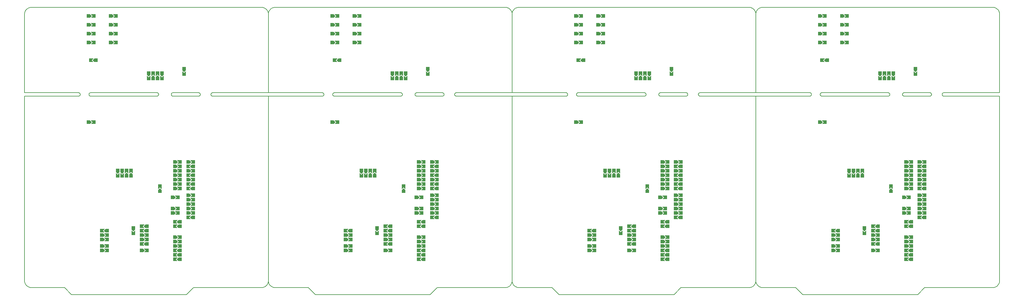
<source format=gbp>
*
%FSLAX26Y26*%
%MOIN*%
%ADD10R,0.032000X0.032000*%
%ADD11C,0.005000*%
%IPPOS*%
%LN02i31889.gbp*%
%LPD*%
G75*
G36*
X1708004Y1119850D02*
X1688004Y1099850D01*
X1678004D01*
Y1139850D01*
X1688004D01*
X1708004Y1119850D01*
G37*
G36*
X1900004Y1049850D02*
X1890004D01*
X1870004Y1069850D01*
X1890004Y1089850D01*
X1900004D01*
Y1049850D01*
G37*
G36*
X1860004Y1069850D02*
X1880004Y1049850D01*
X1850004D01*
Y1069850D01*
Y1089850D01*
X1880004D01*
X1860004Y1069850D01*
G37*
G36*
X1728004Y1119850D02*
Y1099850D01*
X1698004D01*
X1718004Y1119850D01*
X1698004Y1139850D01*
X1728004D01*
Y1119850D01*
G37*
G36*
X1708004Y1169850D02*
X1688004Y1149850D01*
X1678004D01*
Y1189850D01*
X1688004D01*
X1708004Y1169850D01*
G37*
G36*
X1903004Y1119850D02*
Y1099850D01*
X1873004D01*
X1893004Y1119850D01*
X1873004Y1139850D01*
X1903004D01*
Y1119850D01*
G37*
G36*
X1883004D02*
X1863004Y1099850D01*
X1853004D01*
Y1139850D01*
X1863004D01*
X1883004Y1119850D01*
G37*
G36*
X1750004Y999850D02*
X1740004D01*
X1720004Y1019850D01*
X1740004Y1039850D01*
X1750004D01*
Y999850D01*
G37*
G36*
X1335004Y969850D02*
X1355004Y949850D01*
X1325004D01*
Y969850D01*
Y989850D01*
X1355004D01*
X1335004Y969850D01*
G37*
G36*
X1247004Y932850D02*
X1227004Y912850D01*
X1207004Y932850D01*
Y942850D01*
X1247004D01*
Y932850D01*
G37*
G36*
Y892850D02*
X1207004D01*
Y922850D01*
X1227004Y902850D01*
X1247004Y922850D01*
Y892850D01*
G37*
G36*
X1375004Y949850D02*
X1365004D01*
X1345004Y969850D01*
X1365004Y989850D01*
X1375004D01*
Y949850D01*
G37*
G36*
X1710004Y1019850D02*
X1730004Y999850D01*
X1700004D01*
Y1019850D01*
Y1039850D01*
X1730004D01*
X1710004Y1019850D01*
G37*
G36*
X1750004Y949850D02*
X1740004D01*
X1720004Y969850D01*
X1740004Y989850D01*
X1750004D01*
Y949850D01*
G37*
G36*
X1710004Y969850D02*
X1730004Y949850D01*
X1700004D01*
Y969850D01*
Y989850D01*
X1730004D01*
X1710004Y969850D01*
G37*
G36*
X1728004Y1169850D02*
Y1149850D01*
X1698004D01*
X1718004Y1169850D01*
X1698004Y1189850D01*
X1728004D01*
Y1169850D01*
G37*
G36*
X1547004Y1380850D02*
Y1370850D01*
X1507004D01*
Y1380850D01*
X1527004Y1400850D01*
X1547004Y1380850D01*
G37*
G36*
X1903004Y1319850D02*
Y1299850D01*
X1873004D01*
X1893004Y1319850D01*
X1873004Y1339850D01*
X1903004D01*
Y1319850D01*
G37*
G36*
X1883004D02*
X1863004Y1299850D01*
X1853004D01*
Y1339850D01*
X1863004D01*
X1883004Y1319850D01*
G37*
G36*
X1733004Y1394850D02*
X1713004Y1374850D01*
X1703004D01*
Y1414850D01*
X1713004D01*
X1733004Y1394850D01*
G37*
G36*
X1900004Y1374850D02*
X1890004D01*
X1870004Y1394850D01*
X1890004Y1414850D01*
X1900004D01*
Y1374850D01*
G37*
G36*
X1860004Y1394850D02*
X1880004Y1374850D01*
X1850004D01*
Y1394850D01*
Y1414850D01*
X1880004D01*
X1860004Y1394850D01*
G37*
G36*
X1753004D02*
Y1374850D01*
X1723004D01*
X1743004Y1394850D01*
X1723004Y1414850D01*
X1753004D01*
Y1394850D01*
G37*
G36*
X1728004Y1294850D02*
Y1274850D01*
X1698004D01*
X1718004Y1294850D01*
X1698004Y1314850D01*
X1728004D01*
Y1294850D01*
G37*
G36*
X1883004Y1219850D02*
X1863004Y1199850D01*
X1853004D01*
Y1239850D01*
X1863004D01*
X1883004Y1219850D01*
G37*
G36*
X1903004Y1169850D02*
Y1149850D01*
X1873004D01*
X1893004Y1169850D01*
X1873004Y1189850D01*
X1903004D01*
Y1169850D01*
G37*
G36*
X1883004D02*
X1863004Y1149850D01*
X1853004D01*
Y1189850D01*
X1863004D01*
X1883004Y1169850D01*
G37*
G36*
X1903004Y1219850D02*
Y1199850D01*
X1873004D01*
X1893004Y1219850D01*
X1873004Y1239850D01*
X1903004D01*
Y1219850D01*
G37*
G36*
X1708004Y1294850D02*
X1688004Y1274850D01*
X1678004D01*
Y1314850D01*
X1688004D01*
X1708004Y1294850D01*
G37*
G36*
X1903004Y1269850D02*
Y1249850D01*
X1873004D01*
X1893004Y1269850D01*
X1873004Y1289850D01*
X1903004D01*
Y1269850D01*
G37*
G36*
X1883004D02*
X1863004Y1249850D01*
X1853004D01*
Y1289850D01*
X1863004D01*
X1883004Y1269850D01*
G37*
G36*
X1375004Y899850D02*
X1365004D01*
X1345004Y919850D01*
X1365004Y939850D01*
X1375004D01*
Y899850D01*
G37*
G36*
X908004Y744850D02*
X888004Y724850D01*
X878004D01*
Y764850D01*
X888004D01*
X908004Y744850D01*
G37*
G36*
X1750004Y674850D02*
X1740004D01*
X1720004Y694850D01*
X1740004Y714850D01*
X1750004D01*
Y674850D01*
G37*
G36*
X1710004Y694850D02*
X1730004Y674850D01*
X1700004D01*
Y694850D01*
Y714850D01*
X1730004D01*
X1710004Y694850D01*
G37*
G36*
X928004Y744850D02*
Y724850D01*
X898004D01*
X918004Y744850D01*
X898004Y764850D01*
X928004D01*
Y744850D01*
G37*
G36*
X1335004Y769850D02*
X1355004Y749850D01*
X1325004D01*
Y769850D01*
Y789850D01*
X1355004D01*
X1335004Y769850D01*
G37*
G36*
X1753004Y744850D02*
Y724850D01*
X1723004D01*
X1743004Y744850D01*
X1723004Y764850D01*
X1753004D01*
Y744850D01*
G37*
G36*
X1733004D02*
X1713004Y724850D01*
X1703004D01*
Y764850D01*
X1713004D01*
X1733004Y744850D01*
G37*
G36*
X1378004Y694850D02*
Y674850D01*
X1348004D01*
X1368004Y694850D01*
X1348004Y714850D01*
X1378004D01*
Y694850D01*
G37*
G36*
X1710004Y644850D02*
X1730004Y624850D01*
X1700004D01*
Y644850D01*
Y664850D01*
X1730004D01*
X1710004Y644850D01*
G37*
G36*
X1750004Y574850D02*
X1740004D01*
X1720004Y594850D01*
X1740004Y614850D01*
X1750004D01*
Y574850D01*
G37*
G36*
X1710004Y594850D02*
X1730004Y574850D01*
X1700004D01*
Y594850D01*
Y614850D01*
X1730004D01*
X1710004Y594850D01*
G37*
G36*
X1750004Y624850D02*
X1740004D01*
X1720004Y644850D01*
X1740004Y664850D01*
X1750004D01*
Y624850D01*
G37*
G36*
X1358004Y694850D02*
X1338004Y674850D01*
X1328004D01*
Y714850D01*
X1338004D01*
X1358004Y694850D01*
G37*
G36*
X928004D02*
Y674850D01*
X898004D01*
X918004Y694850D01*
X898004Y714850D01*
X928004D01*
Y694850D01*
G37*
G36*
X908004D02*
X888004Y674850D01*
X878004D01*
Y714850D01*
X888004D01*
X908004Y694850D01*
G37*
G36*
X1375004Y749850D02*
X1365004D01*
X1345004Y769850D01*
X1365004Y789850D01*
X1375004D01*
Y749850D01*
G37*
G36*
X1358004Y869850D02*
X1338004Y849850D01*
X1328004D01*
Y889850D01*
X1338004D01*
X1358004Y869850D01*
G37*
G36*
X928004D02*
Y849850D01*
X898004D01*
X918004Y869850D01*
X898004Y889850D01*
X928004D01*
Y869850D01*
G37*
G36*
X908004D02*
X888004Y849850D01*
X878004D01*
Y889850D01*
X888004D01*
X908004Y869850D01*
G37*
G36*
X1378004D02*
Y849850D01*
X1348004D01*
X1368004Y869850D01*
X1348004Y889850D01*
X1378004D01*
Y869850D01*
G37*
G36*
X1335004Y919850D02*
X1355004Y899850D01*
X1325004D01*
Y919850D01*
Y939850D01*
X1355004D01*
X1335004Y919850D01*
G37*
G36*
X925004Y899850D02*
X915004D01*
X895004Y919850D01*
X915004Y939850D01*
X925004D01*
Y899850D01*
G37*
G36*
X885004Y919850D02*
X905004Y899850D01*
X875004D01*
Y919850D01*
Y939850D01*
X905004D01*
X885004Y919850D01*
G37*
G36*
X1753004Y844850D02*
Y824850D01*
X1723004D01*
X1743004Y844850D01*
X1723004Y864850D01*
X1753004D01*
Y844850D01*
G37*
G36*
X908004Y819850D02*
X888004Y799850D01*
X878004D01*
Y839850D01*
X888004D01*
X908004Y819850D01*
G37*
G36*
X1753004Y794850D02*
Y774850D01*
X1723004D01*
X1743004Y794850D01*
X1723004Y814850D01*
X1753004D01*
Y794850D01*
G37*
G36*
X1733004D02*
X1713004Y774850D01*
X1703004D01*
Y814850D01*
X1713004D01*
X1733004Y794850D01*
G37*
G36*
X928004Y819850D02*
Y799850D01*
X898004D01*
X918004Y819850D01*
X898004Y839850D01*
X928004D01*
Y819850D01*
G37*
G36*
X1733004Y844850D02*
X1713004Y824850D01*
X1703004D01*
Y864850D01*
X1713004D01*
X1733004Y844850D01*
G37*
G36*
X1378004Y819850D02*
Y799850D01*
X1348004D01*
X1368004Y819850D01*
X1348004Y839850D01*
X1378004D01*
Y819850D01*
G37*
G36*
X1358004D02*
X1338004Y799850D01*
X1328004D01*
Y839850D01*
X1338004D01*
X1358004Y819850D01*
G37*
G36*
X1522004Y2665850D02*
X1502004Y2685850D01*
X1482004Y2665850D01*
Y2695850D01*
X1522004D01*
Y2665850D01*
G37*
G36*
X1472004D02*
X1452004Y2685850D01*
X1432004Y2665850D01*
Y2695850D01*
X1472004D01*
Y2665850D01*
G37*
G36*
X1572004Y2682850D02*
X1552004Y2662850D01*
X1532004Y2682850D01*
Y2692850D01*
X1572004D01*
Y2682850D01*
G37*
G36*
X1822004Y2692850D02*
X1782004D01*
Y2722850D01*
X1802004Y2702850D01*
X1822004Y2722850D01*
Y2692850D01*
G37*
G36*
X800004Y2824850D02*
X790004D01*
X770004Y2844850D01*
X790004Y2864850D01*
X800004D01*
Y2824850D01*
G37*
G36*
X760004Y2844850D02*
X780004Y2824850D01*
X750004D01*
Y2844850D01*
Y2864850D01*
X780004D01*
X760004Y2844850D01*
G37*
G36*
X1822004Y2732850D02*
X1802004Y2712850D01*
X1782004Y2732850D01*
Y2742850D01*
X1822004D01*
Y2732850D01*
G37*
G36*
X1422004Y2682850D02*
X1402004Y2662850D01*
X1382004Y2682850D01*
Y2692850D01*
X1422004D01*
Y2682850D01*
G37*
G36*
X778004Y2144850D02*
Y2124850D01*
X748004D01*
X768004Y2144850D01*
X748004Y2164850D01*
X778004D01*
Y2144850D01*
G37*
G36*
X758004D02*
X738004Y2124850D01*
X728004D01*
Y2164850D01*
X738004D01*
X758004Y2144850D01*
G37*
G36*
X1903004Y1694850D02*
Y1674850D01*
X1873004D01*
X1893004Y1694850D01*
X1873004Y1714850D01*
X1903004D01*
Y1694850D01*
G37*
G36*
X1472004Y2655850D02*
Y2645850D01*
X1432004D01*
Y2655850D01*
X1452004Y2675850D01*
X1472004Y2655850D01*
G37*
G36*
X1572004Y2642850D02*
X1532004D01*
Y2672850D01*
X1552004Y2652850D01*
X1572004Y2672850D01*
Y2642850D01*
G37*
G36*
X1422004D02*
X1382004D01*
Y2672850D01*
X1402004Y2652850D01*
X1422004Y2672850D01*
Y2642850D01*
G37*
G36*
X1522004Y2655850D02*
Y2645850D01*
X1482004D01*
Y2655850D01*
X1502004Y2675850D01*
X1522004Y2655850D01*
G37*
G36*
X758004Y3044850D02*
X738004Y3024850D01*
X728004D01*
Y3064850D01*
X738004D01*
X758004Y3044850D01*
G37*
G36*
X1028004Y3244850D02*
Y3224850D01*
X998004D01*
X1018004Y3244850D01*
X998004Y3264850D01*
X1028004D01*
Y3244850D01*
G37*
G36*
X1008004D02*
X988004Y3224850D01*
X978004D01*
Y3264850D01*
X988004D01*
X1008004Y3244850D01*
G37*
G36*
X778004D02*
Y3224850D01*
X748004D01*
X768004Y3244850D01*
X748004Y3264850D01*
X778004D01*
Y3244850D01*
G37*
G36*
X758004Y3344850D02*
X738004Y3324850D01*
X728004D01*
Y3364850D01*
X738004D01*
X758004Y3344850D01*
G37*
G36*
X1028004D02*
Y3324850D01*
X998004D01*
X1018004Y3344850D01*
X998004Y3364850D01*
X1028004D01*
Y3344850D01*
G37*
G36*
X1008004D02*
X988004Y3324850D01*
X978004D01*
Y3364850D01*
X988004D01*
X1008004Y3344850D01*
G37*
G36*
X778004D02*
Y3324850D01*
X748004D01*
X768004Y3344850D01*
X748004Y3364850D01*
X778004D01*
Y3344850D01*
G37*
G36*
X758004Y3244850D02*
X738004Y3224850D01*
X728004D01*
Y3264850D01*
X738004D01*
X758004Y3244850D01*
G37*
G36*
X1028004Y3044850D02*
Y3024850D01*
X998004D01*
X1018004Y3044850D01*
X998004Y3064850D01*
X1028004D01*
Y3044850D01*
G37*
G36*
X1008004D02*
X988004Y3024850D01*
X978004D01*
Y3064850D01*
X988004D01*
X1008004Y3044850D01*
G37*
G36*
X778004D02*
Y3024850D01*
X748004D01*
X768004Y3044850D01*
X748004Y3064850D01*
X778004D01*
Y3044850D01*
G37*
G36*
X758004Y3144850D02*
X738004Y3124850D01*
X728004D01*
Y3164850D01*
X738004D01*
X758004Y3144850D01*
G37*
G36*
X1028004D02*
Y3124850D01*
X998004D01*
X1018004Y3144850D01*
X998004Y3164850D01*
X1028004D01*
Y3144850D01*
G37*
G36*
X1008004D02*
X988004Y3124850D01*
X978004D01*
Y3164850D01*
X988004D01*
X1008004Y3144850D01*
G37*
G36*
X778004D02*
Y3124850D01*
X748004D01*
X768004Y3144850D01*
X748004Y3164850D01*
X778004D01*
Y3144850D01*
G37*
G36*
X1883004Y1694850D02*
X1863004Y1674850D01*
X1853004D01*
Y1714850D01*
X1863004D01*
X1883004Y1694850D01*
G37*
G36*
X1753004Y1544850D02*
Y1524850D01*
X1723004D01*
X1743004Y1544850D01*
X1723004Y1564850D01*
X1753004D01*
Y1544850D01*
G37*
G36*
X1733004D02*
X1713004Y1524850D01*
X1703004D01*
Y1564850D01*
X1713004D01*
X1733004Y1544850D01*
G37*
G36*
X1903004Y1494850D02*
Y1474850D01*
X1873004D01*
X1893004Y1494850D01*
X1873004Y1514850D01*
X1903004D01*
Y1494850D01*
G37*
G36*
X1860004Y1544850D02*
X1880004Y1524850D01*
X1850004D01*
Y1544850D01*
Y1564850D01*
X1880004D01*
X1860004Y1544850D01*
G37*
G36*
X1222004Y1555850D02*
Y1545850D01*
X1182004D01*
Y1555850D01*
X1202004Y1575850D01*
X1222004Y1555850D01*
G37*
G36*
X1172004D02*
Y1545850D01*
X1132004D01*
Y1555850D01*
X1152004Y1575850D01*
X1172004Y1555850D01*
G37*
G36*
X1900004Y1524850D02*
X1890004D01*
X1870004Y1544850D01*
X1890004Y1564850D01*
X1900004D01*
Y1524850D01*
G37*
G36*
X1883004Y1494850D02*
X1863004Y1474850D01*
X1853004D01*
Y1514850D01*
X1863004D01*
X1883004Y1494850D01*
G37*
G36*
X1753004Y1444850D02*
Y1424850D01*
X1723004D01*
X1743004Y1444850D01*
X1723004Y1464850D01*
X1753004D01*
Y1444850D01*
G37*
G36*
X1733004D02*
X1713004Y1424850D01*
X1703004D01*
Y1464850D01*
X1713004D01*
X1733004Y1444850D01*
G37*
G36*
X1547004Y1390850D02*
X1527004Y1410850D01*
X1507004Y1390850D01*
Y1420850D01*
X1547004D01*
Y1390850D01*
G37*
G36*
X1860004Y1444850D02*
X1880004Y1424850D01*
X1850004D01*
Y1444850D01*
Y1464850D01*
X1880004D01*
X1860004Y1444850D01*
G37*
G36*
X1753004Y1494850D02*
Y1474850D01*
X1723004D01*
X1743004Y1494850D01*
X1723004Y1514850D01*
X1753004D01*
Y1494850D01*
G37*
G36*
X1733004D02*
X1713004Y1474850D01*
X1703004D01*
Y1514850D01*
X1713004D01*
X1733004Y1494850D01*
G37*
G36*
X1900004Y1424850D02*
X1890004D01*
X1870004Y1444850D01*
X1890004Y1464850D01*
X1900004D01*
Y1424850D01*
G37*
G36*
X1072004Y1542850D02*
X1032004D01*
Y1572850D01*
X1052004Y1552850D01*
X1072004Y1572850D01*
Y1542850D01*
G37*
G36*
X1753004Y1644850D02*
Y1624850D01*
X1723004D01*
X1743004Y1644850D01*
X1723004Y1664850D01*
X1753004D01*
Y1644850D01*
G37*
G36*
X1733004D02*
X1713004Y1624850D01*
X1703004D01*
Y1664850D01*
X1713004D01*
X1733004Y1644850D01*
G37*
G36*
X1903004Y1594850D02*
Y1574850D01*
X1873004D01*
X1893004Y1594850D01*
X1873004Y1614850D01*
X1903004D01*
Y1594850D01*
G37*
G36*
X1860004Y1644850D02*
X1880004Y1624850D01*
X1850004D01*
Y1644850D01*
Y1664850D01*
X1880004D01*
X1860004Y1644850D01*
G37*
G36*
X1753004Y1694850D02*
Y1674850D01*
X1723004D01*
X1743004Y1694850D01*
X1723004Y1714850D01*
X1753004D01*
Y1694850D01*
G37*
G36*
X1733004D02*
X1713004Y1674850D01*
X1703004D01*
Y1714850D01*
X1713004D01*
X1733004Y1694850D01*
G37*
G36*
X1900004Y1624850D02*
X1890004D01*
X1870004Y1644850D01*
X1890004Y1664850D01*
X1900004D01*
Y1624850D01*
G37*
G36*
X1883004Y1594850D02*
X1863004Y1574850D01*
X1853004D01*
Y1614850D01*
X1863004D01*
X1883004Y1594850D01*
G37*
G36*
X1122004Y1582850D02*
X1102004Y1562850D01*
X1082004Y1582850D01*
Y1592850D01*
X1122004D01*
Y1582850D01*
G37*
G36*
X1072004D02*
X1052004Y1562850D01*
X1032004Y1582850D01*
Y1592850D01*
X1072004D01*
Y1582850D01*
G37*
G36*
X1122004Y1542850D02*
X1082004D01*
Y1572850D01*
X1102004Y1552850D01*
X1122004Y1572850D01*
Y1542850D01*
G37*
G36*
X1172004Y1565850D02*
X1152004Y1585850D01*
X1132004Y1565850D01*
Y1595850D01*
X1172004D01*
Y1565850D01*
G37*
G36*
X1753004Y1594850D02*
Y1574850D01*
X1723004D01*
X1743004Y1594850D01*
X1723004Y1614850D01*
X1753004D01*
Y1594850D01*
G37*
G36*
X1733004D02*
X1713004Y1574850D01*
X1703004D01*
Y1614850D01*
X1713004D01*
X1733004Y1594850D01*
G37*
G36*
X1222004Y1565850D02*
X1202004Y1585850D01*
X1182004Y1565850D01*
Y1595850D01*
X1222004D01*
Y1565850D01*
G37*
G54D10*
X1798004Y2685850D02*
X1806004D01*
X1798004Y2752850D02*
X1806004D01*
X1148004Y1535850D02*
X1156004D01*
X1148004Y1602850D02*
X1156004D01*
X1198004Y1535850D02*
X1206004D01*
X1198004Y1602850D02*
X1206004D01*
X1098004D02*
X1106004D01*
X1098004Y1535850D02*
X1106004D01*
X1048004Y1602850D02*
X1056004D01*
X1048004Y1535850D02*
X1056004D01*
X1223004Y885850D02*
X1231004D01*
X1223004Y952850D02*
X1231004D01*
X1498004Y2635850D02*
X1506004D01*
X1498004Y2702850D02*
X1506004D01*
X1448004Y2635850D02*
X1456004D01*
X1448004Y2702850D02*
X1456004D01*
X1548004D02*
X1556004D01*
X1548004Y2635850D02*
X1556004D01*
X1398004D02*
X1406004D01*
X1398004Y2702850D02*
X1406004D01*
X1523004Y1360850D02*
X1531004D01*
X1523004Y1427850D02*
X1531004D01*
G54D11*
X747004Y2479850D03*
X745004Y2478850D01*
X744004D01*
X742004D01*
X741004D01*
X740004Y2477850D01*
X739004D01*
X737004Y2476850D01*
X736004D01*
X735004Y2475850D01*
X734004Y2474850D01*
X733004Y2473850D01*
X732004Y2472850D01*
X731004Y2471850D01*
X730004Y2470850D01*
Y2469850D01*
X729004Y2467850D01*
X728004Y2466850D01*
Y2465850D01*
X727004Y2464850D01*
Y2462850D01*
Y2461850D01*
Y2460850D01*
Y2458850D01*
Y2457850D01*
Y2455850D01*
Y2454850D01*
X728004Y2453850D01*
Y2451850D01*
X729004Y2450850D01*
X730004Y2449850D01*
Y2448850D01*
X731004Y2447850D01*
X732004Y2446850D01*
X733004Y2445850D01*
X734004Y2444850D01*
X735004Y2443850D01*
X736004Y2442850D01*
X737004Y2441850D01*
X739004D01*
X740004Y2440850D01*
X741004D01*
X742004D01*
X744004Y2439850D01*
X745004D01*
X747004D01*
X1677004Y2479850D03*
X1675004Y2478850D01*
X1674004D01*
X1672004D01*
X1671004D01*
X1670004Y2477850D01*
X1668004D01*
X1667004Y2476850D01*
X1666004D01*
X1665004Y2475850D01*
X1664004Y2474850D01*
X1663004Y2473850D01*
X1662004Y2472850D01*
X1661004Y2471850D01*
X1660004Y2470850D01*
X1659004Y2469850D01*
Y2467850D01*
X1658004Y2466850D01*
Y2465850D01*
X1657004Y2464850D01*
Y2462850D01*
Y2461850D01*
Y2460850D01*
Y2458850D01*
Y2457850D01*
Y2455850D01*
Y2454850D01*
X1658004Y2453850D01*
Y2451850D01*
X1659004Y2450850D01*
Y2449850D01*
X1660004Y2448850D01*
X1661004Y2447850D01*
X1662004Y2446850D01*
X1663004Y2445850D01*
X1664004Y2444850D01*
X1665004Y2443850D01*
X1666004Y2442850D01*
X1667004Y2441850D01*
X1668004D01*
X1670004Y2440850D01*
X1671004D01*
X1672004D01*
X1674004Y2439850D01*
X1675004D01*
X1677004D01*
X1965004D03*
X1966004D01*
X1968004D01*
X1969004Y2440850D01*
X1971004D01*
X1972004D01*
X1973004Y2441850D01*
X1974004D01*
X1976004Y2442850D01*
X1977004Y2443850D01*
X1978004Y2444850D01*
X1979004Y2445850D01*
X1980004Y2446850D01*
X1981004Y2447850D01*
Y2448850D01*
X1982004Y2449850D01*
X1983004Y2450850D01*
Y2451850D01*
X1984004Y2453850D01*
Y2454850D01*
Y2455850D01*
X1985004Y2457850D01*
Y2458850D01*
Y2460850D01*
Y2461850D01*
X1984004Y2462850D01*
Y2464850D01*
Y2465850D01*
X1983004Y2466850D01*
Y2467850D01*
X1982004Y2469850D01*
X1981004Y2470850D01*
Y2471850D01*
X1980004Y2472850D01*
X1979004Y2473850D01*
X1978004Y2474850D01*
X1977004Y2475850D01*
X1976004Y2476850D01*
X1974004D01*
X1973004Y2477850D01*
X1972004D01*
X1971004Y2478850D01*
X1969004D01*
X1968004D01*
X1966004Y2479850D01*
X1965004D01*
X2125004D03*
X2123004Y2478850D01*
X2122004D01*
X2120004D01*
X2119004D01*
X2118004Y2477850D01*
X2117004D01*
X2115004Y2476850D01*
X2114004D01*
X2113004Y2475850D01*
X2112004Y2474850D01*
X2111004Y2473850D01*
X2110004Y2472850D01*
X2109004Y2471850D01*
X2108004Y2470850D01*
X2107004Y2469850D01*
Y2467850D01*
X2106004Y2466850D01*
Y2465850D01*
X2105004Y2464850D01*
Y2462850D01*
Y2461850D01*
Y2460850D01*
Y2458850D01*
Y2457850D01*
Y2455850D01*
Y2454850D01*
X2106004Y2453850D01*
Y2451850D01*
X2107004Y2450850D01*
Y2449850D01*
X2108004Y2448850D01*
X2109004Y2447850D01*
X2110004Y2446850D01*
X2111004Y2445850D01*
X2112004Y2444850D01*
X2113004Y2443850D01*
X2114004Y2442850D01*
X2115004Y2441850D01*
X2117004D01*
X2118004Y2440850D01*
X2119004D01*
X2120004D01*
X2122004Y2439850D01*
X2123004D01*
X2125004D01*
X609004D03*
X610004D01*
X612004D01*
X613004Y2440850D01*
X614004D01*
X616004D01*
X617004Y2441850D01*
X618004D01*
X619004Y2442850D01*
X620004Y2443850D01*
X621004Y2444850D01*
X622004Y2445850D01*
X623004Y2446850D01*
X624004Y2447850D01*
X625004Y2448850D01*
X626004Y2449850D01*
Y2450850D01*
X627004Y2451850D01*
X628004Y2453850D01*
Y2454850D01*
Y2455850D01*
Y2457850D01*
Y2458850D01*
Y2460850D01*
Y2461850D01*
Y2462850D01*
Y2464850D01*
Y2465850D01*
X627004Y2466850D01*
X626004Y2467850D01*
Y2469850D01*
X625004Y2470850D01*
X624004Y2471850D01*
X623004Y2472850D01*
X622004Y2473850D01*
X621004Y2474850D01*
X620004Y2475850D01*
X619004Y2476850D01*
X618004D01*
X617004Y2477850D01*
X616004D01*
X614004Y2478850D01*
X613004D01*
X612004D01*
X610004Y2479850D01*
X609004D01*
X1495004Y2439850D03*
X1496004D01*
X1497004D01*
X1499004Y2440850D01*
X1500004D01*
X1501004D01*
X1503004Y2441850D01*
X1504004D01*
X1505004Y2442850D01*
X1506004Y2443850D01*
X1507004Y2444850D01*
X1508004Y2445850D01*
X1509004Y2446850D01*
X1510004Y2447850D01*
X1511004Y2448850D01*
X1512004Y2449850D01*
Y2450850D01*
X1513004Y2451850D01*
Y2453850D01*
X1514004Y2454850D01*
Y2455850D01*
Y2457850D01*
Y2458850D01*
Y2460850D01*
Y2461850D01*
Y2462850D01*
Y2464850D01*
X1513004Y2465850D01*
Y2466850D01*
X1512004Y2467850D01*
Y2469850D01*
X1511004Y2470850D01*
X1510004Y2471850D01*
X1509004Y2472850D01*
X1508004Y2473850D01*
X1507004Y2474850D01*
X1506004Y2475850D01*
X1505004Y2476850D01*
X1504004D01*
X1503004Y2477850D01*
X1501004D01*
X1500004Y2478850D01*
X1499004D01*
X1497004D01*
X1496004Y2479850D01*
X1495004D01*
X78004Y3443850D03*
X73004D01*
X67004Y3442850D01*
X62004Y3441850D01*
X57004Y3440850D01*
X51004Y3438850D01*
X46004Y3436850D01*
X41004Y3434850D01*
X37004Y3431850D01*
X32004Y3428850D01*
X28004Y3425850D01*
X24004Y3421850D01*
X20004Y3417850D01*
X16004Y3413850D01*
X13004Y3408850D01*
X10004Y3404850D01*
X8004Y3399850D01*
X5004Y3394850D01*
X3004Y3389850D01*
X2004Y3383850D01*
X1004Y3378850D01*
X4Y3373850D01*
Y3367850D01*
Y3364850D01*
Y354850D03*
Y348850D01*
Y343850D01*
X1004Y337850D01*
X3004Y332850D01*
X4004Y327850D01*
X6004Y322850D01*
X9004Y317850D01*
X12004Y312850D01*
X15004Y307850D01*
X18004Y303850D01*
X22004Y299850D01*
X26004Y295850D01*
X30004Y292850D01*
X34004Y288850D01*
X39004Y285850D01*
X44004Y283850D01*
X49004Y281850D01*
X54004Y279850D01*
X59004Y277850D01*
X65004Y276850D01*
X70004Y275850D01*
X76004D01*
X78004D01*
X2754004Y3364850D03*
Y3370850D01*
Y3375850D01*
X2753004Y3381850D01*
X2751004Y3386850D01*
X2750004Y3391850D01*
X2748004Y3396850D01*
X2745004Y3401850D01*
X2742004Y3406850D01*
X2739004Y3411850D01*
X2736004Y3415850D01*
X2732004Y3419850D01*
X2728004Y3423850D01*
X2724004Y3426850D01*
X2720004Y3430850D01*
X2715004Y3433850D01*
X2710004Y3435850D01*
X2705004Y3437850D01*
X2700004Y3439850D01*
X2695004Y3441850D01*
X2689004Y3442850D01*
X2684004Y3443850D01*
X2678004D01*
X2676004D01*
Y275850D03*
X2681004D01*
X2687004Y276850D01*
X2692004Y277850D01*
X2697004Y278850D01*
X2703004Y280850D01*
X2708004Y282850D01*
X2713004Y284850D01*
X2717004Y287850D01*
X2722004Y290850D01*
X2726004Y293850D01*
X2730004Y297850D01*
X2734004Y301850D01*
X2738004Y305850D01*
X2741004Y310850D01*
X2744004Y314850D01*
X2746004Y319850D01*
X2749004Y324850D01*
X2751004Y329850D01*
X2752004Y335850D01*
X2753004Y340850D01*
X2754004Y345850D01*
Y351850D01*
Y354850D01*
X1829004Y196850D02*
X1908004Y275850D01*
X1829004Y196850D03*
X530004D02*
X1829004D01*
X451004Y275850D02*
X530004Y196850D01*
X446004Y275850D02*
X451004D01*
X1907004D02*
X2676004D01*
X1677004Y2439850D02*
X1965004D01*
X1677004Y2479850D02*
X1965004D01*
X78004Y3443850D02*
X2676004D01*
X78004Y275850D02*
X446004D01*
X4Y2479850D02*
X609004D01*
X4Y2439850D02*
X609004D01*
X747004D02*
X1495004D01*
X747004Y2479850D02*
X1495004D01*
X2125004Y2439850D02*
X2754004D01*
X2125004Y2479850D02*
X2754004D01*
X4Y354850D02*
Y2439850D01*
Y2479850D02*
Y3364850D01*
X2754004Y354850D02*
Y2439850D01*
Y2479850D02*
Y3364850D01*
G54D10*
X1735004Y1165850D02*
Y1173850D01*
X1668004Y1165850D02*
Y1173850D01*
X1735004Y1115850D02*
Y1123850D01*
X1668004Y1115850D02*
Y1123850D01*
X1843004Y1215850D02*
Y1223850D01*
X1910004Y1215850D02*
Y1223850D01*
X1843004Y1490850D02*
Y1498850D01*
X1910004Y1490850D02*
Y1498850D01*
Y1640850D02*
Y1648850D01*
X1843004Y1640850D02*
Y1648850D01*
Y1265850D02*
Y1273850D01*
X1910004Y1265850D02*
Y1273850D01*
Y1065850D02*
Y1073850D01*
X1843004Y1065850D02*
Y1073850D01*
X1910004Y1540850D02*
Y1548850D01*
X1843004Y1540850D02*
Y1548850D01*
Y1165850D02*
Y1173850D01*
X1910004Y1165850D02*
Y1173850D01*
Y1390850D02*
Y1398850D01*
X1843004Y1390850D02*
Y1398850D01*
Y1315850D02*
Y1323850D01*
X1910004Y1315850D02*
Y1323850D01*
Y1440850D02*
Y1448850D01*
X1843004Y1440850D02*
Y1448850D01*
Y1115850D02*
Y1123850D01*
X1910004Y1115850D02*
Y1123850D01*
X1843004Y1590850D02*
Y1598850D01*
X1910004Y1590850D02*
Y1598850D01*
X1318004Y965850D02*
Y973850D01*
X1385004Y965850D02*
Y973850D01*
Y865850D02*
Y873850D01*
X1318004Y865850D02*
Y873850D01*
Y915850D02*
Y923850D01*
X1385004Y915850D02*
Y923850D01*
Y815850D02*
Y823850D01*
X1318004Y815850D02*
Y823850D01*
X868004Y915850D02*
Y923850D01*
X935004Y915850D02*
Y923850D01*
Y690850D02*
Y698850D01*
X868004Y690850D02*
Y698850D01*
X935004Y740850D02*
Y748850D01*
X868004Y740850D02*
Y748850D01*
X935004Y815850D02*
Y823850D01*
X868004Y815850D02*
Y823850D01*
X935004Y865850D02*
Y873850D01*
X868004Y865850D02*
Y873850D01*
X1693004Y840850D02*
Y848850D01*
X1760004Y840850D02*
Y848850D01*
X1693004Y790850D02*
Y798850D01*
X1760004Y790850D02*
Y798850D01*
X1693004Y740850D02*
Y748850D01*
X1760004Y740850D02*
Y748850D01*
X1668004Y1290850D02*
Y1298850D01*
X1735004Y1290850D02*
Y1298850D01*
X1693004Y1690850D02*
Y1698850D01*
X1760004Y1690850D02*
Y1698850D01*
X1693004Y1640850D02*
Y1648850D01*
X1760004Y1640850D02*
Y1648850D01*
X1693004Y1590850D02*
Y1598850D01*
X1760004Y1590850D02*
Y1598850D01*
X1693004Y1540850D02*
Y1548850D01*
X1760004Y1540850D02*
Y1548850D01*
X1693004Y1490850D02*
Y1498850D01*
X1760004Y1490850D02*
Y1498850D01*
X718004Y2140850D02*
Y2148850D01*
X785004Y2140850D02*
Y2148850D01*
X1693004Y1440850D02*
Y1448850D01*
X1760004Y1440850D02*
Y1448850D01*
X1693004Y1390850D02*
Y1398850D01*
X1760004Y1390850D02*
Y1398850D01*
Y640850D02*
Y648850D01*
X1693004Y640850D02*
Y648850D01*
X1760004Y690850D02*
Y698850D01*
X1693004Y690850D02*
Y698850D01*
X1760004Y590850D02*
Y598850D01*
X1693004Y590850D02*
Y598850D01*
X743004Y2840850D02*
Y2848850D01*
X810004Y2840850D02*
Y2848850D01*
X968004Y3040850D02*
Y3048850D01*
X1035004Y3040850D02*
Y3048850D01*
X718004Y3040850D02*
Y3048850D01*
X785004Y3040850D02*
Y3048850D01*
X1035004Y3140850D02*
Y3148850D01*
X968004Y3140850D02*
Y3148850D01*
X718004Y3140850D02*
Y3148850D01*
X785004Y3140850D02*
Y3148850D01*
X1035004Y3240850D02*
Y3248850D01*
X968004Y3240850D02*
Y3248850D01*
X718004Y3240850D02*
Y3248850D01*
X785004Y3240850D02*
Y3248850D01*
X1035004Y3340850D02*
Y3348850D01*
X968004Y3340850D02*
Y3348850D01*
X718004Y3340850D02*
Y3348850D01*
X785004Y3340850D02*
Y3348850D01*
X1760004Y1015850D02*
Y1023850D01*
X1693004Y1015850D02*
Y1023850D01*
X1760004Y965850D02*
Y973850D01*
X1693004Y965850D02*
Y973850D01*
X1843004Y1690850D02*
Y1698850D01*
X1910004Y1690850D02*
Y1698850D01*
X1385004Y765850D02*
Y773850D01*
X1318004Y765850D02*
Y773850D01*
Y690850D02*
Y698850D01*
X1385004Y690850D02*
Y698850D01*
G36*
X4462032Y1119850D02*
X4442032Y1099850D01*
X4432032D01*
Y1139850D01*
X4442032D01*
X4462032Y1119850D01*
G37*
G36*
X4654032Y1049850D02*
X4644032D01*
X4624032Y1069850D01*
X4644032Y1089850D01*
X4654032D01*
Y1049850D01*
G37*
G36*
X4614032Y1069850D02*
X4634032Y1049850D01*
X4604032D01*
Y1069850D01*
Y1089850D01*
X4634032D01*
X4614032Y1069850D01*
G37*
G36*
X4482032Y1119850D02*
Y1099850D01*
X4452032D01*
X4472032Y1119850D01*
X4452032Y1139850D01*
X4482032D01*
Y1119850D01*
G37*
G36*
X4462032Y1169850D02*
X4442032Y1149850D01*
X4432032D01*
Y1189850D01*
X4442032D01*
X4462032Y1169850D01*
G37*
G36*
X4657032Y1119850D02*
Y1099850D01*
X4627032D01*
X4647032Y1119850D01*
X4627032Y1139850D01*
X4657032D01*
Y1119850D01*
G37*
G36*
X4637032D02*
X4617032Y1099850D01*
X4607032D01*
Y1139850D01*
X4617032D01*
X4637032Y1119850D01*
G37*
G36*
X4504032Y999850D02*
X4494032D01*
X4474032Y1019850D01*
X4494032Y1039850D01*
X4504032D01*
Y999850D01*
G37*
G36*
X4089032Y969850D02*
X4109032Y949850D01*
X4079032D01*
Y969850D01*
Y989850D01*
X4109032D01*
X4089032Y969850D01*
G37*
G36*
X4001032Y932850D02*
X3981032Y912850D01*
X3961032Y932850D01*
Y942850D01*
X4001032D01*
Y932850D01*
G37*
G36*
Y892850D02*
X3961032D01*
Y922850D01*
X3981032Y902850D01*
X4001032Y922850D01*
Y892850D01*
G37*
G36*
X4129032Y949850D02*
X4119032D01*
X4099032Y969850D01*
X4119032Y989850D01*
X4129032D01*
Y949850D01*
G37*
G36*
X4464032Y1019850D02*
X4484032Y999850D01*
X4454032D01*
Y1019850D01*
Y1039850D01*
X4484032D01*
X4464032Y1019850D01*
G37*
G36*
X4504032Y949850D02*
X4494032D01*
X4474032Y969850D01*
X4494032Y989850D01*
X4504032D01*
Y949850D01*
G37*
G36*
X4464032Y969850D02*
X4484032Y949850D01*
X4454032D01*
Y969850D01*
Y989850D01*
X4484032D01*
X4464032Y969850D01*
G37*
G36*
X4482032Y1169850D02*
Y1149850D01*
X4452032D01*
X4472032Y1169850D01*
X4452032Y1189850D01*
X4482032D01*
Y1169850D01*
G37*
G36*
X4301032Y1380850D02*
Y1370850D01*
X4261032D01*
Y1380850D01*
X4281032Y1400850D01*
X4301032Y1380850D01*
G37*
G36*
X4657032Y1319850D02*
Y1299850D01*
X4627032D01*
X4647032Y1319850D01*
X4627032Y1339850D01*
X4657032D01*
Y1319850D01*
G37*
G36*
X4637032D02*
X4617032Y1299850D01*
X4607032D01*
Y1339850D01*
X4617032D01*
X4637032Y1319850D01*
G37*
G36*
X4487032Y1394850D02*
X4467032Y1374850D01*
X4457032D01*
Y1414850D01*
X4467032D01*
X4487032Y1394850D01*
G37*
G36*
X4654032Y1374850D02*
X4644032D01*
X4624032Y1394850D01*
X4644032Y1414850D01*
X4654032D01*
Y1374850D01*
G37*
G36*
X4614032Y1394850D02*
X4634032Y1374850D01*
X4604032D01*
Y1394850D01*
Y1414850D01*
X4634032D01*
X4614032Y1394850D01*
G37*
G36*
X4507032D02*
Y1374850D01*
X4477032D01*
X4497032Y1394850D01*
X4477032Y1414850D01*
X4507032D01*
Y1394850D01*
G37*
G36*
X4482032Y1294850D02*
Y1274850D01*
X4452032D01*
X4472032Y1294850D01*
X4452032Y1314850D01*
X4482032D01*
Y1294850D01*
G37*
G36*
X4637032Y1219850D02*
X4617032Y1199850D01*
X4607032D01*
Y1239850D01*
X4617032D01*
X4637032Y1219850D01*
G37*
G36*
X4657032Y1169850D02*
Y1149850D01*
X4627032D01*
X4647032Y1169850D01*
X4627032Y1189850D01*
X4657032D01*
Y1169850D01*
G37*
G36*
X4637032D02*
X4617032Y1149850D01*
X4607032D01*
Y1189850D01*
X4617032D01*
X4637032Y1169850D01*
G37*
G36*
X4657032Y1219850D02*
Y1199850D01*
X4627032D01*
X4647032Y1219850D01*
X4627032Y1239850D01*
X4657032D01*
Y1219850D01*
G37*
G36*
X4462032Y1294850D02*
X4442032Y1274850D01*
X4432032D01*
Y1314850D01*
X4442032D01*
X4462032Y1294850D01*
G37*
G36*
X4657032Y1269850D02*
Y1249850D01*
X4627032D01*
X4647032Y1269850D01*
X4627032Y1289850D01*
X4657032D01*
Y1269850D01*
G37*
G36*
X4637032D02*
X4617032Y1249850D01*
X4607032D01*
Y1289850D01*
X4617032D01*
X4637032Y1269850D01*
G37*
G36*
X4129032Y899850D02*
X4119032D01*
X4099032Y919850D01*
X4119032Y939850D01*
X4129032D01*
Y899850D01*
G37*
G36*
X3662032Y744850D02*
X3642032Y724850D01*
X3632032D01*
Y764850D01*
X3642032D01*
X3662032Y744850D01*
G37*
G36*
X4504032Y674850D02*
X4494032D01*
X4474032Y694850D01*
X4494032Y714850D01*
X4504032D01*
Y674850D01*
G37*
G36*
X4464032Y694850D02*
X4484032Y674850D01*
X4454032D01*
Y694850D01*
Y714850D01*
X4484032D01*
X4464032Y694850D01*
G37*
G36*
X3682032Y744850D02*
Y724850D01*
X3652032D01*
X3672032Y744850D01*
X3652032Y764850D01*
X3682032D01*
Y744850D01*
G37*
G36*
X4089032Y769850D02*
X4109032Y749850D01*
X4079032D01*
Y769850D01*
Y789850D01*
X4109032D01*
X4089032Y769850D01*
G37*
G36*
X4507032Y744850D02*
Y724850D01*
X4477032D01*
X4497032Y744850D01*
X4477032Y764850D01*
X4507032D01*
Y744850D01*
G37*
G36*
X4487032D02*
X4467032Y724850D01*
X4457032D01*
Y764850D01*
X4467032D01*
X4487032Y744850D01*
G37*
G36*
X4132032Y694850D02*
Y674850D01*
X4102032D01*
X4122032Y694850D01*
X4102032Y714850D01*
X4132032D01*
Y694850D01*
G37*
G36*
X4464032Y644850D02*
X4484032Y624850D01*
X4454032D01*
Y644850D01*
Y664850D01*
X4484032D01*
X4464032Y644850D01*
G37*
G36*
X4504032Y574850D02*
X4494032D01*
X4474032Y594850D01*
X4494032Y614850D01*
X4504032D01*
Y574850D01*
G37*
G36*
X4464032Y594850D02*
X4484032Y574850D01*
X4454032D01*
Y594850D01*
Y614850D01*
X4484032D01*
X4464032Y594850D01*
G37*
G36*
X4504032Y624850D02*
X4494032D01*
X4474032Y644850D01*
X4494032Y664850D01*
X4504032D01*
Y624850D01*
G37*
G36*
X4112032Y694850D02*
X4092032Y674850D01*
X4082032D01*
Y714850D01*
X4092032D01*
X4112032Y694850D01*
G37*
G36*
X3682032D02*
Y674850D01*
X3652032D01*
X3672032Y694850D01*
X3652032Y714850D01*
X3682032D01*
Y694850D01*
G37*
G36*
X3662032D02*
X3642032Y674850D01*
X3632032D01*
Y714850D01*
X3642032D01*
X3662032Y694850D01*
G37*
G36*
X4129032Y749850D02*
X4119032D01*
X4099032Y769850D01*
X4119032Y789850D01*
X4129032D01*
Y749850D01*
G37*
G36*
X4112032Y869850D02*
X4092032Y849850D01*
X4082032D01*
Y889850D01*
X4092032D01*
X4112032Y869850D01*
G37*
G36*
X3682032D02*
Y849850D01*
X3652032D01*
X3672032Y869850D01*
X3652032Y889850D01*
X3682032D01*
Y869850D01*
G37*
G36*
X3662032D02*
X3642032Y849850D01*
X3632032D01*
Y889850D01*
X3642032D01*
X3662032Y869850D01*
G37*
G36*
X4132032D02*
Y849850D01*
X4102032D01*
X4122032Y869850D01*
X4102032Y889850D01*
X4132032D01*
Y869850D01*
G37*
G36*
X4089032Y919850D02*
X4109032Y899850D01*
X4079032D01*
Y919850D01*
Y939850D01*
X4109032D01*
X4089032Y919850D01*
G37*
G36*
X3679032Y899850D02*
X3669032D01*
X3649032Y919850D01*
X3669032Y939850D01*
X3679032D01*
Y899850D01*
G37*
G36*
X3639032Y919850D02*
X3659032Y899850D01*
X3629032D01*
Y919850D01*
Y939850D01*
X3659032D01*
X3639032Y919850D01*
G37*
G36*
X4507032Y844850D02*
Y824850D01*
X4477032D01*
X4497032Y844850D01*
X4477032Y864850D01*
X4507032D01*
Y844850D01*
G37*
G36*
X3662032Y819850D02*
X3642032Y799850D01*
X3632032D01*
Y839850D01*
X3642032D01*
X3662032Y819850D01*
G37*
G36*
X4507032Y794850D02*
Y774850D01*
X4477032D01*
X4497032Y794850D01*
X4477032Y814850D01*
X4507032D01*
Y794850D01*
G37*
G36*
X4487032D02*
X4467032Y774850D01*
X4457032D01*
Y814850D01*
X4467032D01*
X4487032Y794850D01*
G37*
G36*
X3682032Y819850D02*
Y799850D01*
X3652032D01*
X3672032Y819850D01*
X3652032Y839850D01*
X3682032D01*
Y819850D01*
G37*
G36*
X4487032Y844850D02*
X4467032Y824850D01*
X4457032D01*
Y864850D01*
X4467032D01*
X4487032Y844850D01*
G37*
G36*
X4132032Y819850D02*
Y799850D01*
X4102032D01*
X4122032Y819850D01*
X4102032Y839850D01*
X4132032D01*
Y819850D01*
G37*
G36*
X4112032D02*
X4092032Y799850D01*
X4082032D01*
Y839850D01*
X4092032D01*
X4112032Y819850D01*
G37*
G36*
X4276032Y2665850D02*
X4256032Y2685850D01*
X4236032Y2665850D01*
Y2695850D01*
X4276032D01*
Y2665850D01*
G37*
G36*
X4226032D02*
X4206032Y2685850D01*
X4186032Y2665850D01*
Y2695850D01*
X4226032D01*
Y2665850D01*
G37*
G36*
X4326032Y2682850D02*
X4306032Y2662850D01*
X4286032Y2682850D01*
Y2692850D01*
X4326032D01*
Y2682850D01*
G37*
G36*
X4576032Y2692850D02*
X4536032D01*
Y2722850D01*
X4556032Y2702850D01*
X4576032Y2722850D01*
Y2692850D01*
G37*
G36*
X3554032Y2824850D02*
X3544032D01*
X3524032Y2844850D01*
X3544032Y2864850D01*
X3554032D01*
Y2824850D01*
G37*
G36*
X3514032Y2844850D02*
X3534032Y2824850D01*
X3504032D01*
Y2844850D01*
Y2864850D01*
X3534032D01*
X3514032Y2844850D01*
G37*
G36*
X4576032Y2732850D02*
X4556032Y2712850D01*
X4536032Y2732850D01*
Y2742850D01*
X4576032D01*
Y2732850D01*
G37*
G36*
X4176032Y2682850D02*
X4156032Y2662850D01*
X4136032Y2682850D01*
Y2692850D01*
X4176032D01*
Y2682850D01*
G37*
G36*
X3532032Y2144850D02*
Y2124850D01*
X3502032D01*
X3522032Y2144850D01*
X3502032Y2164850D01*
X3532032D01*
Y2144850D01*
G37*
G36*
X3512032D02*
X3492032Y2124850D01*
X3482032D01*
Y2164850D01*
X3492032D01*
X3512032Y2144850D01*
G37*
G36*
X4657032Y1694850D02*
Y1674850D01*
X4627032D01*
X4647032Y1694850D01*
X4627032Y1714850D01*
X4657032D01*
Y1694850D01*
G37*
G36*
X4226032Y2655850D02*
Y2645850D01*
X4186032D01*
Y2655850D01*
X4206032Y2675850D01*
X4226032Y2655850D01*
G37*
G36*
X4326032Y2642850D02*
X4286032D01*
Y2672850D01*
X4306032Y2652850D01*
X4326032Y2672850D01*
Y2642850D01*
G37*
G36*
X4176032D02*
X4136032D01*
Y2672850D01*
X4156032Y2652850D01*
X4176032Y2672850D01*
Y2642850D01*
G37*
G36*
X4276032Y2655850D02*
Y2645850D01*
X4236032D01*
Y2655850D01*
X4256032Y2675850D01*
X4276032Y2655850D01*
G37*
G36*
X3512032Y3044850D02*
X3492032Y3024850D01*
X3482032D01*
Y3064850D01*
X3492032D01*
X3512032Y3044850D01*
G37*
G36*
X3782032Y3244850D02*
Y3224850D01*
X3752032D01*
X3772032Y3244850D01*
X3752032Y3264850D01*
X3782032D01*
Y3244850D01*
G37*
G36*
X3762032D02*
X3742032Y3224850D01*
X3732032D01*
Y3264850D01*
X3742032D01*
X3762032Y3244850D01*
G37*
G36*
X3532032D02*
Y3224850D01*
X3502032D01*
X3522032Y3244850D01*
X3502032Y3264850D01*
X3532032D01*
Y3244850D01*
G37*
G36*
X3512032Y3344850D02*
X3492032Y3324850D01*
X3482032D01*
Y3364850D01*
X3492032D01*
X3512032Y3344850D01*
G37*
G36*
X3782032D02*
Y3324850D01*
X3752032D01*
X3772032Y3344850D01*
X3752032Y3364850D01*
X3782032D01*
Y3344850D01*
G37*
G36*
X3762032D02*
X3742032Y3324850D01*
X3732032D01*
Y3364850D01*
X3742032D01*
X3762032Y3344850D01*
G37*
G36*
X3532032D02*
Y3324850D01*
X3502032D01*
X3522032Y3344850D01*
X3502032Y3364850D01*
X3532032D01*
Y3344850D01*
G37*
G36*
X3512032Y3244850D02*
X3492032Y3224850D01*
X3482032D01*
Y3264850D01*
X3492032D01*
X3512032Y3244850D01*
G37*
G36*
X3782032Y3044850D02*
Y3024850D01*
X3752032D01*
X3772032Y3044850D01*
X3752032Y3064850D01*
X3782032D01*
Y3044850D01*
G37*
G36*
X3762032D02*
X3742032Y3024850D01*
X3732032D01*
Y3064850D01*
X3742032D01*
X3762032Y3044850D01*
G37*
G36*
X3532032D02*
Y3024850D01*
X3502032D01*
X3522032Y3044850D01*
X3502032Y3064850D01*
X3532032D01*
Y3044850D01*
G37*
G36*
X3512032Y3144850D02*
X3492032Y3124850D01*
X3482032D01*
Y3164850D01*
X3492032D01*
X3512032Y3144850D01*
G37*
G36*
X3782032D02*
Y3124850D01*
X3752032D01*
X3772032Y3144850D01*
X3752032Y3164850D01*
X3782032D01*
Y3144850D01*
G37*
G36*
X3762032D02*
X3742032Y3124850D01*
X3732032D01*
Y3164850D01*
X3742032D01*
X3762032Y3144850D01*
G37*
G36*
X3532032D02*
Y3124850D01*
X3502032D01*
X3522032Y3144850D01*
X3502032Y3164850D01*
X3532032D01*
Y3144850D01*
G37*
G36*
X4637032Y1694850D02*
X4617032Y1674850D01*
X4607032D01*
Y1714850D01*
X4617032D01*
X4637032Y1694850D01*
G37*
G36*
X4507032Y1544850D02*
Y1524850D01*
X4477032D01*
X4497032Y1544850D01*
X4477032Y1564850D01*
X4507032D01*
Y1544850D01*
G37*
G36*
X4487032D02*
X4467032Y1524850D01*
X4457032D01*
Y1564850D01*
X4467032D01*
X4487032Y1544850D01*
G37*
G36*
X4657032Y1494850D02*
Y1474850D01*
X4627032D01*
X4647032Y1494850D01*
X4627032Y1514850D01*
X4657032D01*
Y1494850D01*
G37*
G36*
X4614032Y1544850D02*
X4634032Y1524850D01*
X4604032D01*
Y1544850D01*
Y1564850D01*
X4634032D01*
X4614032Y1544850D01*
G37*
G36*
X3976032Y1555850D02*
Y1545850D01*
X3936032D01*
Y1555850D01*
X3956032Y1575850D01*
X3976032Y1555850D01*
G37*
G36*
X3926032D02*
Y1545850D01*
X3886032D01*
Y1555850D01*
X3906032Y1575850D01*
X3926032Y1555850D01*
G37*
G36*
X4654032Y1524850D02*
X4644032D01*
X4624032Y1544850D01*
X4644032Y1564850D01*
X4654032D01*
Y1524850D01*
G37*
G36*
X4637032Y1494850D02*
X4617032Y1474850D01*
X4607032D01*
Y1514850D01*
X4617032D01*
X4637032Y1494850D01*
G37*
G36*
X4507032Y1444850D02*
Y1424850D01*
X4477032D01*
X4497032Y1444850D01*
X4477032Y1464850D01*
X4507032D01*
Y1444850D01*
G37*
G36*
X4487032D02*
X4467032Y1424850D01*
X4457032D01*
Y1464850D01*
X4467032D01*
X4487032Y1444850D01*
G37*
G36*
X4301032Y1390850D02*
X4281032Y1410850D01*
X4261032Y1390850D01*
Y1420850D01*
X4301032D01*
Y1390850D01*
G37*
G36*
X4614032Y1444850D02*
X4634032Y1424850D01*
X4604032D01*
Y1444850D01*
Y1464850D01*
X4634032D01*
X4614032Y1444850D01*
G37*
G36*
X4507032Y1494850D02*
Y1474850D01*
X4477032D01*
X4497032Y1494850D01*
X4477032Y1514850D01*
X4507032D01*
Y1494850D01*
G37*
G36*
X4487032D02*
X4467032Y1474850D01*
X4457032D01*
Y1514850D01*
X4467032D01*
X4487032Y1494850D01*
G37*
G36*
X4654032Y1424850D02*
X4644032D01*
X4624032Y1444850D01*
X4644032Y1464850D01*
X4654032D01*
Y1424850D01*
G37*
G36*
X3826032Y1542850D02*
X3786032D01*
Y1572850D01*
X3806032Y1552850D01*
X3826032Y1572850D01*
Y1542850D01*
G37*
G36*
X4507032Y1644850D02*
Y1624850D01*
X4477032D01*
X4497032Y1644850D01*
X4477032Y1664850D01*
X4507032D01*
Y1644850D01*
G37*
G36*
X4487032D02*
X4467032Y1624850D01*
X4457032D01*
Y1664850D01*
X4467032D01*
X4487032Y1644850D01*
G37*
G36*
X4657032Y1594850D02*
Y1574850D01*
X4627032D01*
X4647032Y1594850D01*
X4627032Y1614850D01*
X4657032D01*
Y1594850D01*
G37*
G36*
X4614032Y1644850D02*
X4634032Y1624850D01*
X4604032D01*
Y1644850D01*
Y1664850D01*
X4634032D01*
X4614032Y1644850D01*
G37*
G36*
X4507032Y1694850D02*
Y1674850D01*
X4477032D01*
X4497032Y1694850D01*
X4477032Y1714850D01*
X4507032D01*
Y1694850D01*
G37*
G36*
X4487032D02*
X4467032Y1674850D01*
X4457032D01*
Y1714850D01*
X4467032D01*
X4487032Y1694850D01*
G37*
G36*
X4654032Y1624850D02*
X4644032D01*
X4624032Y1644850D01*
X4644032Y1664850D01*
X4654032D01*
Y1624850D01*
G37*
G36*
X4637032Y1594850D02*
X4617032Y1574850D01*
X4607032D01*
Y1614850D01*
X4617032D01*
X4637032Y1594850D01*
G37*
G36*
X3876032Y1582850D02*
X3856032Y1562850D01*
X3836032Y1582850D01*
Y1592850D01*
X3876032D01*
Y1582850D01*
G37*
G36*
X3826032D02*
X3806032Y1562850D01*
X3786032Y1582850D01*
Y1592850D01*
X3826032D01*
Y1582850D01*
G37*
G36*
X3876032Y1542850D02*
X3836032D01*
Y1572850D01*
X3856032Y1552850D01*
X3876032Y1572850D01*
Y1542850D01*
G37*
G36*
X3926032Y1565850D02*
X3906032Y1585850D01*
X3886032Y1565850D01*
Y1595850D01*
X3926032D01*
Y1565850D01*
G37*
G36*
X4507032Y1594850D02*
Y1574850D01*
X4477032D01*
X4497032Y1594850D01*
X4477032Y1614850D01*
X4507032D01*
Y1594850D01*
G37*
G36*
X4487032D02*
X4467032Y1574850D01*
X4457032D01*
Y1614850D01*
X4467032D01*
X4487032Y1594850D01*
G37*
G36*
X3976032Y1565850D02*
X3956032Y1585850D01*
X3936032Y1565850D01*
Y1595850D01*
X3976032D01*
Y1565850D01*
G37*
G54D10*
X4552032Y2685850D02*
X4560032D01*
X4552032Y2752850D02*
X4560032D01*
X3902032Y1535850D02*
X3910032D01*
X3902032Y1602850D02*
X3910032D01*
X3952032Y1535850D02*
X3960032D01*
X3952032Y1602850D02*
X3960032D01*
X3852032D02*
X3860032D01*
X3852032Y1535850D02*
X3860032D01*
X3802032Y1602850D02*
X3810032D01*
X3802032Y1535850D02*
X3810032D01*
X3977032Y885850D02*
X3985032D01*
X3977032Y952850D02*
X3985032D01*
X4252032Y2635850D02*
X4260032D01*
X4252032Y2702850D02*
X4260032D01*
X4202032Y2635850D02*
X4210032D01*
X4202032Y2702850D02*
X4210032D01*
X4302032D02*
X4310032D01*
X4302032Y2635850D02*
X4310032D01*
X4152032D02*
X4160032D01*
X4152032Y2702850D02*
X4160032D01*
X4277032Y1360850D02*
X4285032D01*
X4277032Y1427850D02*
X4285032D01*
G54D11*
X3501032Y2479850D03*
X3499032Y2478850D01*
X3498032D01*
X3496032D01*
X3495032D01*
X3494032Y2477850D01*
X3493032D01*
X3491032Y2476850D01*
X3490032D01*
X3489032Y2475850D01*
X3488032Y2474850D01*
X3487032Y2473850D01*
X3486032Y2472850D01*
X3485032Y2471850D01*
X3484032Y2470850D01*
Y2469850D01*
X3483032Y2467850D01*
X3482032Y2466850D01*
Y2465850D01*
X3481032Y2464850D01*
Y2462850D01*
Y2461850D01*
Y2460850D01*
Y2458850D01*
Y2457850D01*
Y2455850D01*
Y2454850D01*
X3482032Y2453850D01*
Y2451850D01*
X3483032Y2450850D01*
X3484032Y2449850D01*
Y2448850D01*
X3485032Y2447850D01*
X3486032Y2446850D01*
X3487032Y2445850D01*
X3488032Y2444850D01*
X3489032Y2443850D01*
X3490032Y2442850D01*
X3491032Y2441850D01*
X3493032D01*
X3494032Y2440850D01*
X3495032D01*
X3496032D01*
X3498032Y2439850D01*
X3499032D01*
X3501032D01*
X4431032Y2479850D03*
X4429032Y2478850D01*
X4428032D01*
X4426032D01*
X4425032D01*
X4424032Y2477850D01*
X4422032D01*
X4421032Y2476850D01*
X4420032D01*
X4419032Y2475850D01*
X4418032Y2474850D01*
X4417032Y2473850D01*
X4416032Y2472850D01*
X4415032Y2471850D01*
X4414032Y2470850D01*
X4413032Y2469850D01*
Y2467850D01*
X4412032Y2466850D01*
Y2465850D01*
X4411032Y2464850D01*
Y2462850D01*
Y2461850D01*
Y2460850D01*
Y2458850D01*
Y2457850D01*
Y2455850D01*
Y2454850D01*
X4412032Y2453850D01*
Y2451850D01*
X4413032Y2450850D01*
Y2449850D01*
X4414032Y2448850D01*
X4415032Y2447850D01*
X4416032Y2446850D01*
X4417032Y2445850D01*
X4418032Y2444850D01*
X4419032Y2443850D01*
X4420032Y2442850D01*
X4421032Y2441850D01*
X4422032D01*
X4424032Y2440850D01*
X4425032D01*
X4426032D01*
X4428032Y2439850D01*
X4429032D01*
X4431032D01*
X4719032D03*
X4720032D01*
X4722032D01*
X4723032Y2440850D01*
X4725032D01*
X4726032D01*
X4727032Y2441850D01*
X4728032D01*
X4730032Y2442850D01*
X4731032Y2443850D01*
X4732032Y2444850D01*
X4733032Y2445850D01*
X4734032Y2446850D01*
X4735032Y2447850D01*
Y2448850D01*
X4736032Y2449850D01*
X4737032Y2450850D01*
Y2451850D01*
X4738032Y2453850D01*
Y2454850D01*
Y2455850D01*
X4739032Y2457850D01*
Y2458850D01*
Y2460850D01*
Y2461850D01*
X4738032Y2462850D01*
Y2464850D01*
Y2465850D01*
X4737032Y2466850D01*
Y2467850D01*
X4736032Y2469850D01*
X4735032Y2470850D01*
Y2471850D01*
X4734032Y2472850D01*
X4733032Y2473850D01*
X4732032Y2474850D01*
X4731032Y2475850D01*
X4730032Y2476850D01*
X4728032D01*
X4727032Y2477850D01*
X4726032D01*
X4725032Y2478850D01*
X4723032D01*
X4722032D01*
X4720032Y2479850D01*
X4719032D01*
X4879032D03*
X4877032Y2478850D01*
X4876032D01*
X4874032D01*
X4873032D01*
X4872032Y2477850D01*
X4871032D01*
X4869032Y2476850D01*
X4868032D01*
X4867032Y2475850D01*
X4866032Y2474850D01*
X4865032Y2473850D01*
X4864032Y2472850D01*
X4863032Y2471850D01*
X4862032Y2470850D01*
X4861032Y2469850D01*
Y2467850D01*
X4860032Y2466850D01*
Y2465850D01*
X4859032Y2464850D01*
Y2462850D01*
Y2461850D01*
Y2460850D01*
Y2458850D01*
Y2457850D01*
Y2455850D01*
Y2454850D01*
X4860032Y2453850D01*
Y2451850D01*
X4861032Y2450850D01*
Y2449850D01*
X4862032Y2448850D01*
X4863032Y2447850D01*
X4864032Y2446850D01*
X4865032Y2445850D01*
X4866032Y2444850D01*
X4867032Y2443850D01*
X4868032Y2442850D01*
X4869032Y2441850D01*
X4871032D01*
X4872032Y2440850D01*
X4873032D01*
X4874032D01*
X4876032Y2439850D01*
X4877032D01*
X4879032D01*
X3363032D03*
X3364032D01*
X3366032D01*
X3367032Y2440850D01*
X3368032D01*
X3370032D01*
X3371032Y2441850D01*
X3372032D01*
X3373032Y2442850D01*
X3374032Y2443850D01*
X3375032Y2444850D01*
X3376032Y2445850D01*
X3377032Y2446850D01*
X3378032Y2447850D01*
X3379032Y2448850D01*
X3380032Y2449850D01*
Y2450850D01*
X3381032Y2451850D01*
X3382032Y2453850D01*
Y2454850D01*
Y2455850D01*
Y2457850D01*
Y2458850D01*
Y2460850D01*
Y2461850D01*
Y2462850D01*
Y2464850D01*
Y2465850D01*
X3381032Y2466850D01*
X3380032Y2467850D01*
Y2469850D01*
X3379032Y2470850D01*
X3378032Y2471850D01*
X3377032Y2472850D01*
X3376032Y2473850D01*
X3375032Y2474850D01*
X3374032Y2475850D01*
X3373032Y2476850D01*
X3372032D01*
X3371032Y2477850D01*
X3370032D01*
X3368032Y2478850D01*
X3367032D01*
X3366032D01*
X3364032Y2479850D01*
X3363032D01*
X4249032Y2439850D03*
X4250032D01*
X4251032D01*
X4253032Y2440850D01*
X4254032D01*
X4255032D01*
X4257032Y2441850D01*
X4258032D01*
X4259032Y2442850D01*
X4260032Y2443850D01*
X4261032Y2444850D01*
X4262032Y2445850D01*
X4263032Y2446850D01*
X4264032Y2447850D01*
X4265032Y2448850D01*
X4266032Y2449850D01*
Y2450850D01*
X4267032Y2451850D01*
Y2453850D01*
X4268032Y2454850D01*
Y2455850D01*
Y2457850D01*
Y2458850D01*
Y2460850D01*
Y2461850D01*
Y2462850D01*
Y2464850D01*
X4267032Y2465850D01*
Y2466850D01*
X4266032Y2467850D01*
Y2469850D01*
X4265032Y2470850D01*
X4264032Y2471850D01*
X4263032Y2472850D01*
X4262032Y2473850D01*
X4261032Y2474850D01*
X4260032Y2475850D01*
X4259032Y2476850D01*
X4258032D01*
X4257032Y2477850D01*
X4255032D01*
X4254032Y2478850D01*
X4253032D01*
X4251032D01*
X4250032Y2479850D01*
X4249032D01*
X2832032Y3443850D03*
X2827032D01*
X2821032Y3442850D01*
X2816032Y3441850D01*
X2811032Y3440850D01*
X2805032Y3438850D01*
X2800032Y3436850D01*
X2795032Y3434850D01*
X2791032Y3431850D01*
X2786032Y3428850D01*
X2782032Y3425850D01*
X2778032Y3421850D01*
X2774032Y3417850D01*
X2770032Y3413850D01*
X2767032Y3408850D01*
X2764032Y3404850D01*
X2762032Y3399850D01*
X2759032Y3394850D01*
X2757032Y3389850D01*
X2756032Y3383850D01*
X2755032Y3378850D01*
X2754032Y3373850D01*
Y3367850D01*
Y3364850D01*
Y354850D03*
Y348850D01*
Y343850D01*
X2755032Y337850D01*
X2757032Y332850D01*
X2758032Y327850D01*
X2760032Y322850D01*
X2763032Y317850D01*
X2766032Y312850D01*
X2769032Y307850D01*
X2772032Y303850D01*
X2776032Y299850D01*
X2780032Y295850D01*
X2784032Y292850D01*
X2788032Y288850D01*
X2793032Y285850D01*
X2798032Y283850D01*
X2803032Y281850D01*
X2808032Y279850D01*
X2813032Y277850D01*
X2819032Y276850D01*
X2824032Y275850D01*
X2830032D01*
X2832032D01*
X5508032Y3364850D03*
Y3370850D01*
Y3375850D01*
X5507032Y3381850D01*
X5505032Y3386850D01*
X5504032Y3391850D01*
X5502032Y3396850D01*
X5499032Y3401850D01*
X5496032Y3406850D01*
X5493032Y3411850D01*
X5490032Y3415850D01*
X5486032Y3419850D01*
X5482032Y3423850D01*
X5478032Y3426850D01*
X5474032Y3430850D01*
X5469032Y3433850D01*
X5464032Y3435850D01*
X5459032Y3437850D01*
X5454032Y3439850D01*
X5449032Y3441850D01*
X5443032Y3442850D01*
X5438032Y3443850D01*
X5432032D01*
X5430032D01*
Y275850D03*
X5435032D01*
X5441032Y276850D01*
X5446032Y277850D01*
X5451032Y278850D01*
X5457032Y280850D01*
X5462032Y282850D01*
X5467032Y284850D01*
X5471032Y287850D01*
X5476032Y290850D01*
X5480032Y293850D01*
X5484032Y297850D01*
X5488032Y301850D01*
X5492032Y305850D01*
X5495032Y310850D01*
X5498032Y314850D01*
X5500032Y319850D01*
X5503032Y324850D01*
X5505032Y329850D01*
X5506032Y335850D01*
X5507032Y340850D01*
X5508032Y345850D01*
Y351850D01*
Y354850D01*
X4583032Y196850D02*
X4662032Y275850D01*
X4583032Y196850D03*
X3284032D02*
X4583032D01*
X3205032Y275850D02*
X3284032Y196850D01*
X3200032Y275850D02*
X3205032D01*
X4661032D02*
X5430032D01*
X4431032Y2439850D02*
X4719032D01*
X4431032Y2479850D02*
X4719032D01*
X2832032Y3443850D02*
X5430032D01*
X2832032Y275850D02*
X3200032D01*
X2754032Y2479850D02*
X3363032D01*
X2754032Y2439850D02*
X3363032D01*
X3501032D02*
X4249032D01*
X3501032Y2479850D02*
X4249032D01*
X4879032Y2439850D02*
X5508032D01*
X4879032Y2479850D02*
X5508032D01*
X2754032Y354850D02*
Y2439850D01*
Y2479850D02*
Y3364850D01*
X5508032Y354850D02*
Y2439850D01*
Y2479850D02*
Y3364850D01*
G54D10*
X4489032Y1165850D02*
Y1173850D01*
X4422032Y1165850D02*
Y1173850D01*
X4489032Y1115850D02*
Y1123850D01*
X4422032Y1115850D02*
Y1123850D01*
X4597032Y1215850D02*
Y1223850D01*
X4664032Y1215850D02*
Y1223850D01*
X4597032Y1490850D02*
Y1498850D01*
X4664032Y1490850D02*
Y1498850D01*
Y1640850D02*
Y1648850D01*
X4597032Y1640850D02*
Y1648850D01*
Y1265850D02*
Y1273850D01*
X4664032Y1265850D02*
Y1273850D01*
Y1065850D02*
Y1073850D01*
X4597032Y1065850D02*
Y1073850D01*
X4664032Y1540850D02*
Y1548850D01*
X4597032Y1540850D02*
Y1548850D01*
Y1165850D02*
Y1173850D01*
X4664032Y1165850D02*
Y1173850D01*
Y1390850D02*
Y1398850D01*
X4597032Y1390850D02*
Y1398850D01*
Y1315850D02*
Y1323850D01*
X4664032Y1315850D02*
Y1323850D01*
Y1440850D02*
Y1448850D01*
X4597032Y1440850D02*
Y1448850D01*
Y1115850D02*
Y1123850D01*
X4664032Y1115850D02*
Y1123850D01*
X4597032Y1590850D02*
Y1598850D01*
X4664032Y1590850D02*
Y1598850D01*
X4072032Y965850D02*
Y973850D01*
X4139032Y965850D02*
Y973850D01*
Y865850D02*
Y873850D01*
X4072032Y865850D02*
Y873850D01*
Y915850D02*
Y923850D01*
X4139032Y915850D02*
Y923850D01*
Y815850D02*
Y823850D01*
X4072032Y815850D02*
Y823850D01*
X3622032Y915850D02*
Y923850D01*
X3689032Y915850D02*
Y923850D01*
Y690850D02*
Y698850D01*
X3622032Y690850D02*
Y698850D01*
X3689032Y740850D02*
Y748850D01*
X3622032Y740850D02*
Y748850D01*
X3689032Y815850D02*
Y823850D01*
X3622032Y815850D02*
Y823850D01*
X3689032Y865850D02*
Y873850D01*
X3622032Y865850D02*
Y873850D01*
X4447032Y840850D02*
Y848850D01*
X4514032Y840850D02*
Y848850D01*
X4447032Y790850D02*
Y798850D01*
X4514032Y790850D02*
Y798850D01*
X4447032Y740850D02*
Y748850D01*
X4514032Y740850D02*
Y748850D01*
X4422032Y1290850D02*
Y1298850D01*
X4489032Y1290850D02*
Y1298850D01*
X4447032Y1690850D02*
Y1698850D01*
X4514032Y1690850D02*
Y1698850D01*
X4447032Y1640850D02*
Y1648850D01*
X4514032Y1640850D02*
Y1648850D01*
X4447032Y1590850D02*
Y1598850D01*
X4514032Y1590850D02*
Y1598850D01*
X4447032Y1540850D02*
Y1548850D01*
X4514032Y1540850D02*
Y1548850D01*
X4447032Y1490850D02*
Y1498850D01*
X4514032Y1490850D02*
Y1498850D01*
X3472032Y2140850D02*
Y2148850D01*
X3539032Y2140850D02*
Y2148850D01*
X4447032Y1440850D02*
Y1448850D01*
X4514032Y1440850D02*
Y1448850D01*
X4447032Y1390850D02*
Y1398850D01*
X4514032Y1390850D02*
Y1398850D01*
Y640850D02*
Y648850D01*
X4447032Y640850D02*
Y648850D01*
X4514032Y690850D02*
Y698850D01*
X4447032Y690850D02*
Y698850D01*
X4514032Y590850D02*
Y598850D01*
X4447032Y590850D02*
Y598850D01*
X3497032Y2840850D02*
Y2848850D01*
X3564032Y2840850D02*
Y2848850D01*
X3722032Y3040850D02*
Y3048850D01*
X3789032Y3040850D02*
Y3048850D01*
X3472032Y3040850D02*
Y3048850D01*
X3539032Y3040850D02*
Y3048850D01*
X3789032Y3140850D02*
Y3148850D01*
X3722032Y3140850D02*
Y3148850D01*
X3472032Y3140850D02*
Y3148850D01*
X3539032Y3140850D02*
Y3148850D01*
X3789032Y3240850D02*
Y3248850D01*
X3722032Y3240850D02*
Y3248850D01*
X3472032Y3240850D02*
Y3248850D01*
X3539032Y3240850D02*
Y3248850D01*
X3789032Y3340850D02*
Y3348850D01*
X3722032Y3340850D02*
Y3348850D01*
X3472032Y3340850D02*
Y3348850D01*
X3539032Y3340850D02*
Y3348850D01*
X4514032Y1015850D02*
Y1023850D01*
X4447032Y1015850D02*
Y1023850D01*
X4514032Y965850D02*
Y973850D01*
X4447032Y965850D02*
Y973850D01*
X4597032Y1690850D02*
Y1698850D01*
X4664032Y1690850D02*
Y1698850D01*
X4139032Y765850D02*
Y773850D01*
X4072032Y765850D02*
Y773850D01*
Y690850D02*
Y698850D01*
X4139032Y690850D02*
Y698850D01*
G36*
X7216061Y1119850D02*
X7196061Y1099850D01*
X7186061D01*
Y1139850D01*
X7196061D01*
X7216061Y1119850D01*
G37*
G36*
X7408061Y1049850D02*
X7398061D01*
X7378061Y1069850D01*
X7398061Y1089850D01*
X7408061D01*
Y1049850D01*
G37*
G36*
X7368061Y1069850D02*
X7388061Y1049850D01*
X7358061D01*
Y1069850D01*
Y1089850D01*
X7388061D01*
X7368061Y1069850D01*
G37*
G36*
X7236061Y1119850D02*
Y1099850D01*
X7206061D01*
X7226061Y1119850D01*
X7206061Y1139850D01*
X7236061D01*
Y1119850D01*
G37*
G36*
X7216061Y1169850D02*
X7196061Y1149850D01*
X7186061D01*
Y1189850D01*
X7196061D01*
X7216061Y1169850D01*
G37*
G36*
X7411061Y1119850D02*
Y1099850D01*
X7381061D01*
X7401061Y1119850D01*
X7381061Y1139850D01*
X7411061D01*
Y1119850D01*
G37*
G36*
X7391061D02*
X7371061Y1099850D01*
X7361061D01*
Y1139850D01*
X7371061D01*
X7391061Y1119850D01*
G37*
G36*
X7258061Y999850D02*
X7248061D01*
X7228061Y1019850D01*
X7248061Y1039850D01*
X7258061D01*
Y999850D01*
G37*
G36*
X6843061Y969850D02*
X6863061Y949850D01*
X6833061D01*
Y969850D01*
Y989850D01*
X6863061D01*
X6843061Y969850D01*
G37*
G36*
X6755061Y932850D02*
X6735061Y912850D01*
X6715061Y932850D01*
Y942850D01*
X6755061D01*
Y932850D01*
G37*
G36*
Y892850D02*
X6715061D01*
Y922850D01*
X6735061Y902850D01*
X6755061Y922850D01*
Y892850D01*
G37*
G36*
X6883061Y949850D02*
X6873061D01*
X6853061Y969850D01*
X6873061Y989850D01*
X6883061D01*
Y949850D01*
G37*
G36*
X7218061Y1019850D02*
X7238061Y999850D01*
X7208061D01*
Y1019850D01*
Y1039850D01*
X7238061D01*
X7218061Y1019850D01*
G37*
G36*
X7258061Y949850D02*
X7248061D01*
X7228061Y969850D01*
X7248061Y989850D01*
X7258061D01*
Y949850D01*
G37*
G36*
X7218061Y969850D02*
X7238061Y949850D01*
X7208061D01*
Y969850D01*
Y989850D01*
X7238061D01*
X7218061Y969850D01*
G37*
G36*
X7236061Y1169850D02*
Y1149850D01*
X7206061D01*
X7226061Y1169850D01*
X7206061Y1189850D01*
X7236061D01*
Y1169850D01*
G37*
G36*
X7055061Y1380850D02*
Y1370850D01*
X7015061D01*
Y1380850D01*
X7035061Y1400850D01*
X7055061Y1380850D01*
G37*
G36*
X7411061Y1319850D02*
Y1299850D01*
X7381061D01*
X7401061Y1319850D01*
X7381061Y1339850D01*
X7411061D01*
Y1319850D01*
G37*
G36*
X7391061D02*
X7371061Y1299850D01*
X7361061D01*
Y1339850D01*
X7371061D01*
X7391061Y1319850D01*
G37*
G36*
X7241061Y1394850D02*
X7221061Y1374850D01*
X7211061D01*
Y1414850D01*
X7221061D01*
X7241061Y1394850D01*
G37*
G36*
X7408061Y1374850D02*
X7398061D01*
X7378061Y1394850D01*
X7398061Y1414850D01*
X7408061D01*
Y1374850D01*
G37*
G36*
X7368061Y1394850D02*
X7388061Y1374850D01*
X7358061D01*
Y1394850D01*
Y1414850D01*
X7388061D01*
X7368061Y1394850D01*
G37*
G36*
X7261061D02*
Y1374850D01*
X7231061D01*
X7251061Y1394850D01*
X7231061Y1414850D01*
X7261061D01*
Y1394850D01*
G37*
G36*
X7236061Y1294850D02*
Y1274850D01*
X7206061D01*
X7226061Y1294850D01*
X7206061Y1314850D01*
X7236061D01*
Y1294850D01*
G37*
G36*
X7391061Y1219850D02*
X7371061Y1199850D01*
X7361061D01*
Y1239850D01*
X7371061D01*
X7391061Y1219850D01*
G37*
G36*
X7411061Y1169850D02*
Y1149850D01*
X7381061D01*
X7401061Y1169850D01*
X7381061Y1189850D01*
X7411061D01*
Y1169850D01*
G37*
G36*
X7391061D02*
X7371061Y1149850D01*
X7361061D01*
Y1189850D01*
X7371061D01*
X7391061Y1169850D01*
G37*
G36*
X7411061Y1219850D02*
Y1199850D01*
X7381061D01*
X7401061Y1219850D01*
X7381061Y1239850D01*
X7411061D01*
Y1219850D01*
G37*
G36*
X7216061Y1294850D02*
X7196061Y1274850D01*
X7186061D01*
Y1314850D01*
X7196061D01*
X7216061Y1294850D01*
G37*
G36*
X7411061Y1269850D02*
Y1249850D01*
X7381061D01*
X7401061Y1269850D01*
X7381061Y1289850D01*
X7411061D01*
Y1269850D01*
G37*
G36*
X7391061D02*
X7371061Y1249850D01*
X7361061D01*
Y1289850D01*
X7371061D01*
X7391061Y1269850D01*
G37*
G36*
X6883061Y899850D02*
X6873061D01*
X6853061Y919850D01*
X6873061Y939850D01*
X6883061D01*
Y899850D01*
G37*
G36*
X6416061Y744850D02*
X6396061Y724850D01*
X6386061D01*
Y764850D01*
X6396061D01*
X6416061Y744850D01*
G37*
G36*
X7258061Y674850D02*
X7248061D01*
X7228061Y694850D01*
X7248061Y714850D01*
X7258061D01*
Y674850D01*
G37*
G36*
X7218061Y694850D02*
X7238061Y674850D01*
X7208061D01*
Y694850D01*
Y714850D01*
X7238061D01*
X7218061Y694850D01*
G37*
G36*
X6436061Y744850D02*
Y724850D01*
X6406061D01*
X6426061Y744850D01*
X6406061Y764850D01*
X6436061D01*
Y744850D01*
G37*
G36*
X6843061Y769850D02*
X6863061Y749850D01*
X6833061D01*
Y769850D01*
Y789850D01*
X6863061D01*
X6843061Y769850D01*
G37*
G36*
X7261061Y744850D02*
Y724850D01*
X7231061D01*
X7251061Y744850D01*
X7231061Y764850D01*
X7261061D01*
Y744850D01*
G37*
G36*
X7241061D02*
X7221061Y724850D01*
X7211061D01*
Y764850D01*
X7221061D01*
X7241061Y744850D01*
G37*
G36*
X6886061Y694850D02*
Y674850D01*
X6856061D01*
X6876061Y694850D01*
X6856061Y714850D01*
X6886061D01*
Y694850D01*
G37*
G36*
X7218061Y644850D02*
X7238061Y624850D01*
X7208061D01*
Y644850D01*
Y664850D01*
X7238061D01*
X7218061Y644850D01*
G37*
G36*
X7258061Y574850D02*
X7248061D01*
X7228061Y594850D01*
X7248061Y614850D01*
X7258061D01*
Y574850D01*
G37*
G36*
X7218061Y594850D02*
X7238061Y574850D01*
X7208061D01*
Y594850D01*
Y614850D01*
X7238061D01*
X7218061Y594850D01*
G37*
G36*
X7258061Y624850D02*
X7248061D01*
X7228061Y644850D01*
X7248061Y664850D01*
X7258061D01*
Y624850D01*
G37*
G36*
X6866061Y694850D02*
X6846061Y674850D01*
X6836061D01*
Y714850D01*
X6846061D01*
X6866061Y694850D01*
G37*
G36*
X6436061D02*
Y674850D01*
X6406061D01*
X6426061Y694850D01*
X6406061Y714850D01*
X6436061D01*
Y694850D01*
G37*
G36*
X6416061D02*
X6396061Y674850D01*
X6386061D01*
Y714850D01*
X6396061D01*
X6416061Y694850D01*
G37*
G36*
X6883061Y749850D02*
X6873061D01*
X6853061Y769850D01*
X6873061Y789850D01*
X6883061D01*
Y749850D01*
G37*
G36*
X6866061Y869850D02*
X6846061Y849850D01*
X6836061D01*
Y889850D01*
X6846061D01*
X6866061Y869850D01*
G37*
G36*
X6436061D02*
Y849850D01*
X6406061D01*
X6426061Y869850D01*
X6406061Y889850D01*
X6436061D01*
Y869850D01*
G37*
G36*
X6416061D02*
X6396061Y849850D01*
X6386061D01*
Y889850D01*
X6396061D01*
X6416061Y869850D01*
G37*
G36*
X6886061D02*
Y849850D01*
X6856061D01*
X6876061Y869850D01*
X6856061Y889850D01*
X6886061D01*
Y869850D01*
G37*
G36*
X6843061Y919850D02*
X6863061Y899850D01*
X6833061D01*
Y919850D01*
Y939850D01*
X6863061D01*
X6843061Y919850D01*
G37*
G36*
X6433061Y899850D02*
X6423061D01*
X6403061Y919850D01*
X6423061Y939850D01*
X6433061D01*
Y899850D01*
G37*
G36*
X6393061Y919850D02*
X6413061Y899850D01*
X6383061D01*
Y919850D01*
Y939850D01*
X6413061D01*
X6393061Y919850D01*
G37*
G36*
X7261061Y844850D02*
Y824850D01*
X7231061D01*
X7251061Y844850D01*
X7231061Y864850D01*
X7261061D01*
Y844850D01*
G37*
G36*
X6416061Y819850D02*
X6396061Y799850D01*
X6386061D01*
Y839850D01*
X6396061D01*
X6416061Y819850D01*
G37*
G36*
X7261061Y794850D02*
Y774850D01*
X7231061D01*
X7251061Y794850D01*
X7231061Y814850D01*
X7261061D01*
Y794850D01*
G37*
G36*
X7241061D02*
X7221061Y774850D01*
X7211061D01*
Y814850D01*
X7221061D01*
X7241061Y794850D01*
G37*
G36*
X6436061Y819850D02*
Y799850D01*
X6406061D01*
X6426061Y819850D01*
X6406061Y839850D01*
X6436061D01*
Y819850D01*
G37*
G36*
X7241061Y844850D02*
X7221061Y824850D01*
X7211061D01*
Y864850D01*
X7221061D01*
X7241061Y844850D01*
G37*
G36*
X6886061Y819850D02*
Y799850D01*
X6856061D01*
X6876061Y819850D01*
X6856061Y839850D01*
X6886061D01*
Y819850D01*
G37*
G36*
X6866061D02*
X6846061Y799850D01*
X6836061D01*
Y839850D01*
X6846061D01*
X6866061Y819850D01*
G37*
G36*
X7030061Y2665850D02*
X7010061Y2685850D01*
X6990061Y2665850D01*
Y2695850D01*
X7030061D01*
Y2665850D01*
G37*
G36*
X6980061D02*
X6960061Y2685850D01*
X6940061Y2665850D01*
Y2695850D01*
X6980061D01*
Y2665850D01*
G37*
G36*
X7080061Y2682850D02*
X7060061Y2662850D01*
X7040061Y2682850D01*
Y2692850D01*
X7080061D01*
Y2682850D01*
G37*
G36*
X7330061Y2692850D02*
X7290061D01*
Y2722850D01*
X7310061Y2702850D01*
X7330061Y2722850D01*
Y2692850D01*
G37*
G36*
X6308061Y2824850D02*
X6298061D01*
X6278061Y2844850D01*
X6298061Y2864850D01*
X6308061D01*
Y2824850D01*
G37*
G36*
X6268061Y2844850D02*
X6288061Y2824850D01*
X6258061D01*
Y2844850D01*
Y2864850D01*
X6288061D01*
X6268061Y2844850D01*
G37*
G36*
X7330061Y2732850D02*
X7310061Y2712850D01*
X7290061Y2732850D01*
Y2742850D01*
X7330061D01*
Y2732850D01*
G37*
G36*
X6930061Y2682850D02*
X6910061Y2662850D01*
X6890061Y2682850D01*
Y2692850D01*
X6930061D01*
Y2682850D01*
G37*
G36*
X6286061Y2144850D02*
Y2124850D01*
X6256061D01*
X6276061Y2144850D01*
X6256061Y2164850D01*
X6286061D01*
Y2144850D01*
G37*
G36*
X6266061D02*
X6246061Y2124850D01*
X6236061D01*
Y2164850D01*
X6246061D01*
X6266061Y2144850D01*
G37*
G36*
X7411061Y1694850D02*
Y1674850D01*
X7381061D01*
X7401061Y1694850D01*
X7381061Y1714850D01*
X7411061D01*
Y1694850D01*
G37*
G36*
X6980061Y2655850D02*
Y2645850D01*
X6940061D01*
Y2655850D01*
X6960061Y2675850D01*
X6980061Y2655850D01*
G37*
G36*
X7080061Y2642850D02*
X7040061D01*
Y2672850D01*
X7060061Y2652850D01*
X7080061Y2672850D01*
Y2642850D01*
G37*
G36*
X6930061D02*
X6890061D01*
Y2672850D01*
X6910061Y2652850D01*
X6930061Y2672850D01*
Y2642850D01*
G37*
G36*
X7030061Y2655850D02*
Y2645850D01*
X6990061D01*
Y2655850D01*
X7010061Y2675850D01*
X7030061Y2655850D01*
G37*
G36*
X6266061Y3044850D02*
X6246061Y3024850D01*
X6236061D01*
Y3064850D01*
X6246061D01*
X6266061Y3044850D01*
G37*
G36*
X6536061Y3244850D02*
Y3224850D01*
X6506061D01*
X6526061Y3244850D01*
X6506061Y3264850D01*
X6536061D01*
Y3244850D01*
G37*
G36*
X6516061D02*
X6496061Y3224850D01*
X6486061D01*
Y3264850D01*
X6496061D01*
X6516061Y3244850D01*
G37*
G36*
X6286061D02*
Y3224850D01*
X6256061D01*
X6276061Y3244850D01*
X6256061Y3264850D01*
X6286061D01*
Y3244850D01*
G37*
G36*
X6266061Y3344850D02*
X6246061Y3324850D01*
X6236061D01*
Y3364850D01*
X6246061D01*
X6266061Y3344850D01*
G37*
G36*
X6536061D02*
Y3324850D01*
X6506061D01*
X6526061Y3344850D01*
X6506061Y3364850D01*
X6536061D01*
Y3344850D01*
G37*
G36*
X6516061D02*
X6496061Y3324850D01*
X6486061D01*
Y3364850D01*
X6496061D01*
X6516061Y3344850D01*
G37*
G36*
X6286061D02*
Y3324850D01*
X6256061D01*
X6276061Y3344850D01*
X6256061Y3364850D01*
X6286061D01*
Y3344850D01*
G37*
G36*
X6266061Y3244850D02*
X6246061Y3224850D01*
X6236061D01*
Y3264850D01*
X6246061D01*
X6266061Y3244850D01*
G37*
G36*
X6536061Y3044850D02*
Y3024850D01*
X6506061D01*
X6526061Y3044850D01*
X6506061Y3064850D01*
X6536061D01*
Y3044850D01*
G37*
G36*
X6516061D02*
X6496061Y3024850D01*
X6486061D01*
Y3064850D01*
X6496061D01*
X6516061Y3044850D01*
G37*
G36*
X6286061D02*
Y3024850D01*
X6256061D01*
X6276061Y3044850D01*
X6256061Y3064850D01*
X6286061D01*
Y3044850D01*
G37*
G36*
X6266061Y3144850D02*
X6246061Y3124850D01*
X6236061D01*
Y3164850D01*
X6246061D01*
X6266061Y3144850D01*
G37*
G36*
X6536061D02*
Y3124850D01*
X6506061D01*
X6526061Y3144850D01*
X6506061Y3164850D01*
X6536061D01*
Y3144850D01*
G37*
G36*
X6516061D02*
X6496061Y3124850D01*
X6486061D01*
Y3164850D01*
X6496061D01*
X6516061Y3144850D01*
G37*
G36*
X6286061D02*
Y3124850D01*
X6256061D01*
X6276061Y3144850D01*
X6256061Y3164850D01*
X6286061D01*
Y3144850D01*
G37*
G36*
X7391061Y1694850D02*
X7371061Y1674850D01*
X7361061D01*
Y1714850D01*
X7371061D01*
X7391061Y1694850D01*
G37*
G36*
X7261061Y1544850D02*
Y1524850D01*
X7231061D01*
X7251061Y1544850D01*
X7231061Y1564850D01*
X7261061D01*
Y1544850D01*
G37*
G36*
X7241061D02*
X7221061Y1524850D01*
X7211061D01*
Y1564850D01*
X7221061D01*
X7241061Y1544850D01*
G37*
G36*
X7411061Y1494850D02*
Y1474850D01*
X7381061D01*
X7401061Y1494850D01*
X7381061Y1514850D01*
X7411061D01*
Y1494850D01*
G37*
G36*
X7368061Y1544850D02*
X7388061Y1524850D01*
X7358061D01*
Y1544850D01*
Y1564850D01*
X7388061D01*
X7368061Y1544850D01*
G37*
G36*
X6730061Y1555850D02*
Y1545850D01*
X6690061D01*
Y1555850D01*
X6710061Y1575850D01*
X6730061Y1555850D01*
G37*
G36*
X6680061D02*
Y1545850D01*
X6640061D01*
Y1555850D01*
X6660061Y1575850D01*
X6680061Y1555850D01*
G37*
G36*
X7408061Y1524850D02*
X7398061D01*
X7378061Y1544850D01*
X7398061Y1564850D01*
X7408061D01*
Y1524850D01*
G37*
G36*
X7391061Y1494850D02*
X7371061Y1474850D01*
X7361061D01*
Y1514850D01*
X7371061D01*
X7391061Y1494850D01*
G37*
G36*
X7261061Y1444850D02*
Y1424850D01*
X7231061D01*
X7251061Y1444850D01*
X7231061Y1464850D01*
X7261061D01*
Y1444850D01*
G37*
G36*
X7241061D02*
X7221061Y1424850D01*
X7211061D01*
Y1464850D01*
X7221061D01*
X7241061Y1444850D01*
G37*
G36*
X7055061Y1390850D02*
X7035061Y1410850D01*
X7015061Y1390850D01*
Y1420850D01*
X7055061D01*
Y1390850D01*
G37*
G36*
X7368061Y1444850D02*
X7388061Y1424850D01*
X7358061D01*
Y1444850D01*
Y1464850D01*
X7388061D01*
X7368061Y1444850D01*
G37*
G36*
X7261061Y1494850D02*
Y1474850D01*
X7231061D01*
X7251061Y1494850D01*
X7231061Y1514850D01*
X7261061D01*
Y1494850D01*
G37*
G36*
X7241061D02*
X7221061Y1474850D01*
X7211061D01*
Y1514850D01*
X7221061D01*
X7241061Y1494850D01*
G37*
G36*
X7408061Y1424850D02*
X7398061D01*
X7378061Y1444850D01*
X7398061Y1464850D01*
X7408061D01*
Y1424850D01*
G37*
G36*
X6580061Y1542850D02*
X6540061D01*
Y1572850D01*
X6560061Y1552850D01*
X6580061Y1572850D01*
Y1542850D01*
G37*
G36*
X7261061Y1644850D02*
Y1624850D01*
X7231061D01*
X7251061Y1644850D01*
X7231061Y1664850D01*
X7261061D01*
Y1644850D01*
G37*
G36*
X7241061D02*
X7221061Y1624850D01*
X7211061D01*
Y1664850D01*
X7221061D01*
X7241061Y1644850D01*
G37*
G36*
X7411061Y1594850D02*
Y1574850D01*
X7381061D01*
X7401061Y1594850D01*
X7381061Y1614850D01*
X7411061D01*
Y1594850D01*
G37*
G36*
X7368061Y1644850D02*
X7388061Y1624850D01*
X7358061D01*
Y1644850D01*
Y1664850D01*
X7388061D01*
X7368061Y1644850D01*
G37*
G36*
X7261061Y1694850D02*
Y1674850D01*
X7231061D01*
X7251061Y1694850D01*
X7231061Y1714850D01*
X7261061D01*
Y1694850D01*
G37*
G36*
X7241061D02*
X7221061Y1674850D01*
X7211061D01*
Y1714850D01*
X7221061D01*
X7241061Y1694850D01*
G37*
G36*
X7408061Y1624850D02*
X7398061D01*
X7378061Y1644850D01*
X7398061Y1664850D01*
X7408061D01*
Y1624850D01*
G37*
G36*
X7391061Y1594850D02*
X7371061Y1574850D01*
X7361061D01*
Y1614850D01*
X7371061D01*
X7391061Y1594850D01*
G37*
G36*
X6630061Y1582850D02*
X6610061Y1562850D01*
X6590061Y1582850D01*
Y1592850D01*
X6630061D01*
Y1582850D01*
G37*
G36*
X6580061D02*
X6560061Y1562850D01*
X6540061Y1582850D01*
Y1592850D01*
X6580061D01*
Y1582850D01*
G37*
G36*
X6630061Y1542850D02*
X6590061D01*
Y1572850D01*
X6610061Y1552850D01*
X6630061Y1572850D01*
Y1542850D01*
G37*
G36*
X6680061Y1565850D02*
X6660061Y1585850D01*
X6640061Y1565850D01*
Y1595850D01*
X6680061D01*
Y1565850D01*
G37*
G36*
X7261061Y1594850D02*
Y1574850D01*
X7231061D01*
X7251061Y1594850D01*
X7231061Y1614850D01*
X7261061D01*
Y1594850D01*
G37*
G36*
X7241061D02*
X7221061Y1574850D01*
X7211061D01*
Y1614850D01*
X7221061D01*
X7241061Y1594850D01*
G37*
G36*
X6730061Y1565850D02*
X6710061Y1585850D01*
X6690061Y1565850D01*
Y1595850D01*
X6730061D01*
Y1565850D01*
G37*
G54D10*
X7306061Y2685850D02*
X7314061D01*
X7306061Y2752850D02*
X7314061D01*
X6656061Y1535850D02*
X6664061D01*
X6656061Y1602850D02*
X6664061D01*
X6706061Y1535850D02*
X6714061D01*
X6706061Y1602850D02*
X6714061D01*
X6606061D02*
X6614061D01*
X6606061Y1535850D02*
X6614061D01*
X6556061Y1602850D02*
X6564061D01*
X6556061Y1535850D02*
X6564061D01*
X6731061Y885850D02*
X6739061D01*
X6731061Y952850D02*
X6739061D01*
X7006061Y2635850D02*
X7014061D01*
X7006061Y2702850D02*
X7014061D01*
X6956061Y2635850D02*
X6964061D01*
X6956061Y2702850D02*
X6964061D01*
X7056061D02*
X7064061D01*
X7056061Y2635850D02*
X7064061D01*
X6906061D02*
X6914061D01*
X6906061Y2702850D02*
X6914061D01*
X7031061Y1360850D02*
X7039061D01*
X7031061Y1427850D02*
X7039061D01*
G54D11*
X6255061Y2479850D03*
X6253061Y2478850D01*
X6252061D01*
X6250061D01*
X6249061D01*
X6248061Y2477850D01*
X6247061D01*
X6245061Y2476850D01*
X6244061D01*
X6243061Y2475850D01*
X6242061Y2474850D01*
X6241061Y2473850D01*
X6240061Y2472850D01*
X6239061Y2471850D01*
X6238061Y2470850D01*
Y2469850D01*
X6237061Y2467850D01*
X6236061Y2466850D01*
Y2465850D01*
X6235061Y2464850D01*
Y2462850D01*
Y2461850D01*
Y2460850D01*
Y2458850D01*
Y2457850D01*
Y2455850D01*
Y2454850D01*
X6236061Y2453850D01*
Y2451850D01*
X6237061Y2450850D01*
X6238061Y2449850D01*
Y2448850D01*
X6239061Y2447850D01*
X6240061Y2446850D01*
X6241061Y2445850D01*
X6242061Y2444850D01*
X6243061Y2443850D01*
X6244061Y2442850D01*
X6245061Y2441850D01*
X6247061D01*
X6248061Y2440850D01*
X6249061D01*
X6250061D01*
X6252061Y2439850D01*
X6253061D01*
X6255061D01*
X7185061Y2479850D03*
X7183061Y2478850D01*
X7182061D01*
X7180061D01*
X7179061D01*
X7178061Y2477850D01*
X7176061D01*
X7175061Y2476850D01*
X7174061D01*
X7173061Y2475850D01*
X7172061Y2474850D01*
X7171061Y2473850D01*
X7170061Y2472850D01*
X7169061Y2471850D01*
X7168061Y2470850D01*
X7167061Y2469850D01*
Y2467850D01*
X7166061Y2466850D01*
Y2465850D01*
X7165061Y2464850D01*
Y2462850D01*
Y2461850D01*
Y2460850D01*
Y2458850D01*
Y2457850D01*
Y2455850D01*
Y2454850D01*
X7166061Y2453850D01*
Y2451850D01*
X7167061Y2450850D01*
Y2449850D01*
X7168061Y2448850D01*
X7169061Y2447850D01*
X7170061Y2446850D01*
X7171061Y2445850D01*
X7172061Y2444850D01*
X7173061Y2443850D01*
X7174061Y2442850D01*
X7175061Y2441850D01*
X7176061D01*
X7178061Y2440850D01*
X7179061D01*
X7180061D01*
X7182061Y2439850D01*
X7183061D01*
X7185061D01*
X7473061D03*
X7474061D01*
X7476061D01*
X7477061Y2440850D01*
X7479061D01*
X7480061D01*
X7481061Y2441850D01*
X7482061D01*
X7484061Y2442850D01*
X7485061Y2443850D01*
X7486061Y2444850D01*
X7487061Y2445850D01*
X7488061Y2446850D01*
X7489061Y2447850D01*
Y2448850D01*
X7490061Y2449850D01*
X7491061Y2450850D01*
Y2451850D01*
X7492061Y2453850D01*
Y2454850D01*
Y2455850D01*
X7493061Y2457850D01*
Y2458850D01*
Y2460850D01*
Y2461850D01*
X7492061Y2462850D01*
Y2464850D01*
Y2465850D01*
X7491061Y2466850D01*
Y2467850D01*
X7490061Y2469850D01*
X7489061Y2470850D01*
Y2471850D01*
X7488061Y2472850D01*
X7487061Y2473850D01*
X7486061Y2474850D01*
X7485061Y2475850D01*
X7484061Y2476850D01*
X7482061D01*
X7481061Y2477850D01*
X7480061D01*
X7479061Y2478850D01*
X7477061D01*
X7476061D01*
X7474061Y2479850D01*
X7473061D01*
X7633061D03*
X7631061Y2478850D01*
X7630061D01*
X7628061D01*
X7627061D01*
X7626061Y2477850D01*
X7625061D01*
X7623061Y2476850D01*
X7622061D01*
X7621061Y2475850D01*
X7620061Y2474850D01*
X7619061Y2473850D01*
X7618061Y2472850D01*
X7617061Y2471850D01*
X7616061Y2470850D01*
X7615061Y2469850D01*
Y2467850D01*
X7614061Y2466850D01*
Y2465850D01*
X7613061Y2464850D01*
Y2462850D01*
Y2461850D01*
Y2460850D01*
Y2458850D01*
Y2457850D01*
Y2455850D01*
Y2454850D01*
X7614061Y2453850D01*
Y2451850D01*
X7615061Y2450850D01*
Y2449850D01*
X7616061Y2448850D01*
X7617061Y2447850D01*
X7618061Y2446850D01*
X7619061Y2445850D01*
X7620061Y2444850D01*
X7621061Y2443850D01*
X7622061Y2442850D01*
X7623061Y2441850D01*
X7625061D01*
X7626061Y2440850D01*
X7627061D01*
X7628061D01*
X7630061Y2439850D01*
X7631061D01*
X7633061D01*
X6117061D03*
X6118061D01*
X6120061D01*
X6121061Y2440850D01*
X6122061D01*
X6124061D01*
X6125061Y2441850D01*
X6126061D01*
X6127061Y2442850D01*
X6128061Y2443850D01*
X6129061Y2444850D01*
X6130061Y2445850D01*
X6131061Y2446850D01*
X6132061Y2447850D01*
X6133061Y2448850D01*
X6134061Y2449850D01*
Y2450850D01*
X6135061Y2451850D01*
X6136061Y2453850D01*
Y2454850D01*
Y2455850D01*
Y2457850D01*
Y2458850D01*
Y2460850D01*
Y2461850D01*
Y2462850D01*
Y2464850D01*
Y2465850D01*
X6135061Y2466850D01*
X6134061Y2467850D01*
Y2469850D01*
X6133061Y2470850D01*
X6132061Y2471850D01*
X6131061Y2472850D01*
X6130061Y2473850D01*
X6129061Y2474850D01*
X6128061Y2475850D01*
X6127061Y2476850D01*
X6126061D01*
X6125061Y2477850D01*
X6124061D01*
X6122061Y2478850D01*
X6121061D01*
X6120061D01*
X6118061Y2479850D01*
X6117061D01*
X7003061Y2439850D03*
X7004061D01*
X7005061D01*
X7007061Y2440850D01*
X7008061D01*
X7009061D01*
X7011061Y2441850D01*
X7012061D01*
X7013061Y2442850D01*
X7014061Y2443850D01*
X7015061Y2444850D01*
X7016061Y2445850D01*
X7017061Y2446850D01*
X7018061Y2447850D01*
X7019061Y2448850D01*
X7020061Y2449850D01*
Y2450850D01*
X7021061Y2451850D01*
Y2453850D01*
X7022061Y2454850D01*
Y2455850D01*
Y2457850D01*
Y2458850D01*
Y2460850D01*
Y2461850D01*
Y2462850D01*
Y2464850D01*
X7021061Y2465850D01*
Y2466850D01*
X7020061Y2467850D01*
Y2469850D01*
X7019061Y2470850D01*
X7018061Y2471850D01*
X7017061Y2472850D01*
X7016061Y2473850D01*
X7015061Y2474850D01*
X7014061Y2475850D01*
X7013061Y2476850D01*
X7012061D01*
X7011061Y2477850D01*
X7009061D01*
X7008061Y2478850D01*
X7007061D01*
X7005061D01*
X7004061Y2479850D01*
X7003061D01*
X5586061Y3443850D03*
X5581061D01*
X5575061Y3442850D01*
X5570061Y3441850D01*
X5565061Y3440850D01*
X5559061Y3438850D01*
X5554061Y3436850D01*
X5549061Y3434850D01*
X5545061Y3431850D01*
X5540061Y3428850D01*
X5536061Y3425850D01*
X5532061Y3421850D01*
X5528061Y3417850D01*
X5524061Y3413850D01*
X5521061Y3408850D01*
X5518061Y3404850D01*
X5516061Y3399850D01*
X5513061Y3394850D01*
X5511061Y3389850D01*
X5510061Y3383850D01*
X5509061Y3378850D01*
X5508061Y3373850D01*
Y3367850D01*
Y3364850D01*
Y354850D03*
Y348850D01*
Y343850D01*
X5509061Y337850D01*
X5511061Y332850D01*
X5512061Y327850D01*
X5514061Y322850D01*
X5517061Y317850D01*
X5520061Y312850D01*
X5523061Y307850D01*
X5526061Y303850D01*
X5530061Y299850D01*
X5534061Y295850D01*
X5538061Y292850D01*
X5542061Y288850D01*
X5547061Y285850D01*
X5552061Y283850D01*
X5557061Y281850D01*
X5562061Y279850D01*
X5567061Y277850D01*
X5573061Y276850D01*
X5578061Y275850D01*
X5584061D01*
X5586061D01*
X8262061Y3364850D03*
Y3370850D01*
Y3375850D01*
X8261061Y3381850D01*
X8259061Y3386850D01*
X8258061Y3391850D01*
X8256061Y3396850D01*
X8253061Y3401850D01*
X8250061Y3406850D01*
X8247061Y3411850D01*
X8244061Y3415850D01*
X8240061Y3419850D01*
X8236061Y3423850D01*
X8232061Y3426850D01*
X8228061Y3430850D01*
X8223061Y3433850D01*
X8218061Y3435850D01*
X8213061Y3437850D01*
X8208061Y3439850D01*
X8203061Y3441850D01*
X8197061Y3442850D01*
X8192061Y3443850D01*
X8186061D01*
X8184061D01*
Y275850D03*
X8189061D01*
X8195061Y276850D01*
X8200061Y277850D01*
X8205061Y278850D01*
X8211061Y280850D01*
X8216061Y282850D01*
X8221061Y284850D01*
X8225061Y287850D01*
X8230061Y290850D01*
X8234061Y293850D01*
X8238061Y297850D01*
X8242061Y301850D01*
X8246061Y305850D01*
X8249061Y310850D01*
X8252061Y314850D01*
X8254061Y319850D01*
X8257061Y324850D01*
X8259061Y329850D01*
X8260061Y335850D01*
X8261061Y340850D01*
X8262061Y345850D01*
Y351850D01*
Y354850D01*
X7337061Y196850D02*
X7416061Y275850D01*
X7337061Y196850D03*
X6038061D02*
X7337061D01*
X5959061Y275850D02*
X6038061Y196850D01*
X5954061Y275850D02*
X5959061D01*
X7415061D02*
X8184061D01*
X7185061Y2439850D02*
X7473061D01*
X7185061Y2479850D02*
X7473061D01*
X5586061Y3443850D02*
X8184061D01*
X5586061Y275850D02*
X5954061D01*
X5508061Y2479850D02*
X6117061D01*
X5508061Y2439850D02*
X6117061D01*
X6255061D02*
X7003061D01*
X6255061Y2479850D02*
X7003061D01*
X7633061Y2439850D02*
X8262061D01*
X7633061Y2479850D02*
X8262061D01*
X5508061Y354850D02*
Y2439850D01*
Y2479850D02*
Y3364850D01*
X8262061Y354850D02*
Y2439850D01*
Y2479850D02*
Y3364850D01*
G54D10*
X7243061Y1165850D02*
Y1173850D01*
X7176061Y1165850D02*
Y1173850D01*
X7243061Y1115850D02*
Y1123850D01*
X7176061Y1115850D02*
Y1123850D01*
X7351061Y1215850D02*
Y1223850D01*
X7418061Y1215850D02*
Y1223850D01*
X7351061Y1490850D02*
Y1498850D01*
X7418061Y1490850D02*
Y1498850D01*
Y1640850D02*
Y1648850D01*
X7351061Y1640850D02*
Y1648850D01*
Y1265850D02*
Y1273850D01*
X7418061Y1265850D02*
Y1273850D01*
Y1065850D02*
Y1073850D01*
X7351061Y1065850D02*
Y1073850D01*
X7418061Y1540850D02*
Y1548850D01*
X7351061Y1540850D02*
Y1548850D01*
Y1165850D02*
Y1173850D01*
X7418061Y1165850D02*
Y1173850D01*
Y1390850D02*
Y1398850D01*
X7351061Y1390850D02*
Y1398850D01*
Y1315850D02*
Y1323850D01*
X7418061Y1315850D02*
Y1323850D01*
Y1440850D02*
Y1448850D01*
X7351061Y1440850D02*
Y1448850D01*
Y1115850D02*
Y1123850D01*
X7418061Y1115850D02*
Y1123850D01*
X7351061Y1590850D02*
Y1598850D01*
X7418061Y1590850D02*
Y1598850D01*
X6826061Y965850D02*
Y973850D01*
X6893061Y965850D02*
Y973850D01*
Y865850D02*
Y873850D01*
X6826061Y865850D02*
Y873850D01*
Y915850D02*
Y923850D01*
X6893061Y915850D02*
Y923850D01*
Y815850D02*
Y823850D01*
X6826061Y815850D02*
Y823850D01*
X6376061Y915850D02*
Y923850D01*
X6443061Y915850D02*
Y923850D01*
Y690850D02*
Y698850D01*
X6376061Y690850D02*
Y698850D01*
X6443061Y740850D02*
Y748850D01*
X6376061Y740850D02*
Y748850D01*
X6443061Y815850D02*
Y823850D01*
X6376061Y815850D02*
Y823850D01*
X6443061Y865850D02*
Y873850D01*
X6376061Y865850D02*
Y873850D01*
X7201061Y840850D02*
Y848850D01*
X7268061Y840850D02*
Y848850D01*
X7201061Y790850D02*
Y798850D01*
X7268061Y790850D02*
Y798850D01*
X7201061Y740850D02*
Y748850D01*
X7268061Y740850D02*
Y748850D01*
X7176061Y1290850D02*
Y1298850D01*
X7243061Y1290850D02*
Y1298850D01*
X7201061Y1690850D02*
Y1698850D01*
X7268061Y1690850D02*
Y1698850D01*
X7201061Y1640850D02*
Y1648850D01*
X7268061Y1640850D02*
Y1648850D01*
X7201061Y1590850D02*
Y1598850D01*
X7268061Y1590850D02*
Y1598850D01*
X7201061Y1540850D02*
Y1548850D01*
X7268061Y1540850D02*
Y1548850D01*
X7201061Y1490850D02*
Y1498850D01*
X7268061Y1490850D02*
Y1498850D01*
X6226061Y2140850D02*
Y2148850D01*
X6293061Y2140850D02*
Y2148850D01*
X7201061Y1440850D02*
Y1448850D01*
X7268061Y1440850D02*
Y1448850D01*
X7201061Y1390850D02*
Y1398850D01*
X7268061Y1390850D02*
Y1398850D01*
Y640850D02*
Y648850D01*
X7201061Y640850D02*
Y648850D01*
X7268061Y690850D02*
Y698850D01*
X7201061Y690850D02*
Y698850D01*
X7268061Y590850D02*
Y598850D01*
X7201061Y590850D02*
Y598850D01*
X6251061Y2840850D02*
Y2848850D01*
X6318061Y2840850D02*
Y2848850D01*
X6476061Y3040850D02*
Y3048850D01*
X6543061Y3040850D02*
Y3048850D01*
X6226061Y3040850D02*
Y3048850D01*
X6293061Y3040850D02*
Y3048850D01*
X6543061Y3140850D02*
Y3148850D01*
X6476061Y3140850D02*
Y3148850D01*
X6226061Y3140850D02*
Y3148850D01*
X6293061Y3140850D02*
Y3148850D01*
X6543061Y3240850D02*
Y3248850D01*
X6476061Y3240850D02*
Y3248850D01*
X6226061Y3240850D02*
Y3248850D01*
X6293061Y3240850D02*
Y3248850D01*
X6543061Y3340850D02*
Y3348850D01*
X6476061Y3340850D02*
Y3348850D01*
X6226061Y3340850D02*
Y3348850D01*
X6293061Y3340850D02*
Y3348850D01*
X7268061Y1015850D02*
Y1023850D01*
X7201061Y1015850D02*
Y1023850D01*
X7268061Y965850D02*
Y973850D01*
X7201061Y965850D02*
Y973850D01*
X7351061Y1690850D02*
Y1698850D01*
X7418061Y1690850D02*
Y1698850D01*
X6893061Y765850D02*
Y773850D01*
X6826061Y765850D02*
Y773850D01*
Y690850D02*
Y698850D01*
X6893061Y690850D02*
Y698850D01*
G36*
X9970090Y1119850D02*
X9950090Y1099850D01*
X9940090D01*
Y1139850D01*
X9950090D01*
X9970090Y1119850D01*
G37*
G36*
X10162090Y1049850D02*
X10152090D01*
X10132090Y1069850D01*
X10152090Y1089850D01*
X10162090D01*
Y1049850D01*
G37*
G36*
X10122090Y1069850D02*
X10142090Y1049850D01*
X10112090D01*
Y1069850D01*
Y1089850D01*
X10142090D01*
X10122090Y1069850D01*
G37*
G36*
X9990090Y1119850D02*
Y1099850D01*
X9960090D01*
X9980090Y1119850D01*
X9960090Y1139850D01*
X9990090D01*
Y1119850D01*
G37*
G36*
X9970090Y1169850D02*
X9950090Y1149850D01*
X9940090D01*
Y1189850D01*
X9950090D01*
X9970090Y1169850D01*
G37*
G36*
X10165090Y1119850D02*
Y1099850D01*
X10135090D01*
X10155090Y1119850D01*
X10135090Y1139850D01*
X10165090D01*
Y1119850D01*
G37*
G36*
X10145090D02*
X10125090Y1099850D01*
X10115090D01*
Y1139850D01*
X10125090D01*
X10145090Y1119850D01*
G37*
G36*
X10012090Y999850D02*
X10002090D01*
X9982090Y1019850D01*
X10002090Y1039850D01*
X10012090D01*
Y999850D01*
G37*
G36*
X9597090Y969850D02*
X9617090Y949850D01*
X9587090D01*
Y969850D01*
Y989850D01*
X9617090D01*
X9597090Y969850D01*
G37*
G36*
X9509090Y932850D02*
X9489090Y912850D01*
X9469090Y932850D01*
Y942850D01*
X9509090D01*
Y932850D01*
G37*
G36*
Y892850D02*
X9469090D01*
Y922850D01*
X9489090Y902850D01*
X9509090Y922850D01*
Y892850D01*
G37*
G36*
X9637090Y949850D02*
X9627090D01*
X9607090Y969850D01*
X9627090Y989850D01*
X9637090D01*
Y949850D01*
G37*
G36*
X9972090Y1019850D02*
X9992090Y999850D01*
X9962090D01*
Y1019850D01*
Y1039850D01*
X9992090D01*
X9972090Y1019850D01*
G37*
G36*
X10012090Y949850D02*
X10002090D01*
X9982090Y969850D01*
X10002090Y989850D01*
X10012090D01*
Y949850D01*
G37*
G36*
X9972090Y969850D02*
X9992090Y949850D01*
X9962090D01*
Y969850D01*
Y989850D01*
X9992090D01*
X9972090Y969850D01*
G37*
G36*
X9990090Y1169850D02*
Y1149850D01*
X9960090D01*
X9980090Y1169850D01*
X9960090Y1189850D01*
X9990090D01*
Y1169850D01*
G37*
G36*
X9809090Y1380850D02*
Y1370850D01*
X9769090D01*
Y1380850D01*
X9789090Y1400850D01*
X9809090Y1380850D01*
G37*
G36*
X10165090Y1319850D02*
Y1299850D01*
X10135090D01*
X10155090Y1319850D01*
X10135090Y1339850D01*
X10165090D01*
Y1319850D01*
G37*
G36*
X10145090D02*
X10125090Y1299850D01*
X10115090D01*
Y1339850D01*
X10125090D01*
X10145090Y1319850D01*
G37*
G36*
X9995090Y1394850D02*
X9975090Y1374850D01*
X9965090D01*
Y1414850D01*
X9975090D01*
X9995090Y1394850D01*
G37*
G36*
X10162090Y1374850D02*
X10152090D01*
X10132090Y1394850D01*
X10152090Y1414850D01*
X10162090D01*
Y1374850D01*
G37*
G36*
X10122090Y1394850D02*
X10142090Y1374850D01*
X10112090D01*
Y1394850D01*
Y1414850D01*
X10142090D01*
X10122090Y1394850D01*
G37*
G36*
X10015090D02*
Y1374850D01*
X9985090D01*
X10005090Y1394850D01*
X9985090Y1414850D01*
X10015090D01*
Y1394850D01*
G37*
G36*
X9990090Y1294850D02*
Y1274850D01*
X9960090D01*
X9980090Y1294850D01*
X9960090Y1314850D01*
X9990090D01*
Y1294850D01*
G37*
G36*
X10145090Y1219850D02*
X10125090Y1199850D01*
X10115090D01*
Y1239850D01*
X10125090D01*
X10145090Y1219850D01*
G37*
G36*
X10165090Y1169850D02*
Y1149850D01*
X10135090D01*
X10155090Y1169850D01*
X10135090Y1189850D01*
X10165090D01*
Y1169850D01*
G37*
G36*
X10145090D02*
X10125090Y1149850D01*
X10115090D01*
Y1189850D01*
X10125090D01*
X10145090Y1169850D01*
G37*
G36*
X10165090Y1219850D02*
Y1199850D01*
X10135090D01*
X10155090Y1219850D01*
X10135090Y1239850D01*
X10165090D01*
Y1219850D01*
G37*
G36*
X9970090Y1294850D02*
X9950090Y1274850D01*
X9940090D01*
Y1314850D01*
X9950090D01*
X9970090Y1294850D01*
G37*
G36*
X10165090Y1269850D02*
Y1249850D01*
X10135090D01*
X10155090Y1269850D01*
X10135090Y1289850D01*
X10165090D01*
Y1269850D01*
G37*
G36*
X10145090D02*
X10125090Y1249850D01*
X10115090D01*
Y1289850D01*
X10125090D01*
X10145090Y1269850D01*
G37*
G36*
X9637090Y899850D02*
X9627090D01*
X9607090Y919850D01*
X9627090Y939850D01*
X9637090D01*
Y899850D01*
G37*
G36*
X9170090Y744850D02*
X9150090Y724850D01*
X9140090D01*
Y764850D01*
X9150090D01*
X9170090Y744850D01*
G37*
G36*
X10012090Y674850D02*
X10002090D01*
X9982090Y694850D01*
X10002090Y714850D01*
X10012090D01*
Y674850D01*
G37*
G36*
X9972090Y694850D02*
X9992090Y674850D01*
X9962090D01*
Y694850D01*
Y714850D01*
X9992090D01*
X9972090Y694850D01*
G37*
G36*
X9190090Y744850D02*
Y724850D01*
X9160090D01*
X9180090Y744850D01*
X9160090Y764850D01*
X9190090D01*
Y744850D01*
G37*
G36*
X9597090Y769850D02*
X9617090Y749850D01*
X9587090D01*
Y769850D01*
Y789850D01*
X9617090D01*
X9597090Y769850D01*
G37*
G36*
X10015090Y744850D02*
Y724850D01*
X9985090D01*
X10005090Y744850D01*
X9985090Y764850D01*
X10015090D01*
Y744850D01*
G37*
G36*
X9995090D02*
X9975090Y724850D01*
X9965090D01*
Y764850D01*
X9975090D01*
X9995090Y744850D01*
G37*
G36*
X9640090Y694850D02*
Y674850D01*
X9610090D01*
X9630090Y694850D01*
X9610090Y714850D01*
X9640090D01*
Y694850D01*
G37*
G36*
X9972090Y644850D02*
X9992090Y624850D01*
X9962090D01*
Y644850D01*
Y664850D01*
X9992090D01*
X9972090Y644850D01*
G37*
G36*
X10012090Y574850D02*
X10002090D01*
X9982090Y594850D01*
X10002090Y614850D01*
X10012090D01*
Y574850D01*
G37*
G36*
X9972090Y594850D02*
X9992090Y574850D01*
X9962090D01*
Y594850D01*
Y614850D01*
X9992090D01*
X9972090Y594850D01*
G37*
G36*
X10012090Y624850D02*
X10002090D01*
X9982090Y644850D01*
X10002090Y664850D01*
X10012090D01*
Y624850D01*
G37*
G36*
X9620090Y694850D02*
X9600090Y674850D01*
X9590090D01*
Y714850D01*
X9600090D01*
X9620090Y694850D01*
G37*
G36*
X9190090D02*
Y674850D01*
X9160090D01*
X9180090Y694850D01*
X9160090Y714850D01*
X9190090D01*
Y694850D01*
G37*
G36*
X9170090D02*
X9150090Y674850D01*
X9140090D01*
Y714850D01*
X9150090D01*
X9170090Y694850D01*
G37*
G36*
X9637090Y749850D02*
X9627090D01*
X9607090Y769850D01*
X9627090Y789850D01*
X9637090D01*
Y749850D01*
G37*
G36*
X9620090Y869850D02*
X9600090Y849850D01*
X9590090D01*
Y889850D01*
X9600090D01*
X9620090Y869850D01*
G37*
G36*
X9190090D02*
Y849850D01*
X9160090D01*
X9180090Y869850D01*
X9160090Y889850D01*
X9190090D01*
Y869850D01*
G37*
G36*
X9170090D02*
X9150090Y849850D01*
X9140090D01*
Y889850D01*
X9150090D01*
X9170090Y869850D01*
G37*
G36*
X9640090D02*
Y849850D01*
X9610090D01*
X9630090Y869850D01*
X9610090Y889850D01*
X9640090D01*
Y869850D01*
G37*
G36*
X9597090Y919850D02*
X9617090Y899850D01*
X9587090D01*
Y919850D01*
Y939850D01*
X9617090D01*
X9597090Y919850D01*
G37*
G36*
X9187090Y899850D02*
X9177090D01*
X9157090Y919850D01*
X9177090Y939850D01*
X9187090D01*
Y899850D01*
G37*
G36*
X9147090Y919850D02*
X9167090Y899850D01*
X9137090D01*
Y919850D01*
Y939850D01*
X9167090D01*
X9147090Y919850D01*
G37*
G36*
X10015090Y844850D02*
Y824850D01*
X9985090D01*
X10005090Y844850D01*
X9985090Y864850D01*
X10015090D01*
Y844850D01*
G37*
G36*
X9170090Y819850D02*
X9150090Y799850D01*
X9140090D01*
Y839850D01*
X9150090D01*
X9170090Y819850D01*
G37*
G36*
X10015090Y794850D02*
Y774850D01*
X9985090D01*
X10005090Y794850D01*
X9985090Y814850D01*
X10015090D01*
Y794850D01*
G37*
G36*
X9995090D02*
X9975090Y774850D01*
X9965090D01*
Y814850D01*
X9975090D01*
X9995090Y794850D01*
G37*
G36*
X9190090Y819850D02*
Y799850D01*
X9160090D01*
X9180090Y819850D01*
X9160090Y839850D01*
X9190090D01*
Y819850D01*
G37*
G36*
X9995090Y844850D02*
X9975090Y824850D01*
X9965090D01*
Y864850D01*
X9975090D01*
X9995090Y844850D01*
G37*
G36*
X9640090Y819850D02*
Y799850D01*
X9610090D01*
X9630090Y819850D01*
X9610090Y839850D01*
X9640090D01*
Y819850D01*
G37*
G36*
X9620090D02*
X9600090Y799850D01*
X9590090D01*
Y839850D01*
X9600090D01*
X9620090Y819850D01*
G37*
G36*
X9784090Y2665850D02*
X9764090Y2685850D01*
X9744090Y2665850D01*
Y2695850D01*
X9784090D01*
Y2665850D01*
G37*
G36*
X9734090D02*
X9714090Y2685850D01*
X9694090Y2665850D01*
Y2695850D01*
X9734090D01*
Y2665850D01*
G37*
G36*
X9834090Y2682850D02*
X9814090Y2662850D01*
X9794090Y2682850D01*
Y2692850D01*
X9834090D01*
Y2682850D01*
G37*
G36*
X10084090Y2692850D02*
X10044090D01*
Y2722850D01*
X10064090Y2702850D01*
X10084090Y2722850D01*
Y2692850D01*
G37*
G36*
X9062090Y2824850D02*
X9052090D01*
X9032090Y2844850D01*
X9052090Y2864850D01*
X9062090D01*
Y2824850D01*
G37*
G36*
X9022090Y2844850D02*
X9042090Y2824850D01*
X9012090D01*
Y2844850D01*
Y2864850D01*
X9042090D01*
X9022090Y2844850D01*
G37*
G36*
X10084090Y2732850D02*
X10064090Y2712850D01*
X10044090Y2732850D01*
Y2742850D01*
X10084090D01*
Y2732850D01*
G37*
G36*
X9684090Y2682850D02*
X9664090Y2662850D01*
X9644090Y2682850D01*
Y2692850D01*
X9684090D01*
Y2682850D01*
G37*
G36*
X9040090Y2144850D02*
Y2124850D01*
X9010090D01*
X9030090Y2144850D01*
X9010090Y2164850D01*
X9040090D01*
Y2144850D01*
G37*
G36*
X9020090D02*
X9000090Y2124850D01*
X8990090D01*
Y2164850D01*
X9000090D01*
X9020090Y2144850D01*
G37*
G36*
X10165090Y1694850D02*
Y1674850D01*
X10135090D01*
X10155090Y1694850D01*
X10135090Y1714850D01*
X10165090D01*
Y1694850D01*
G37*
G36*
X9734090Y2655850D02*
Y2645850D01*
X9694090D01*
Y2655850D01*
X9714090Y2675850D01*
X9734090Y2655850D01*
G37*
G36*
X9834090Y2642850D02*
X9794090D01*
Y2672850D01*
X9814090Y2652850D01*
X9834090Y2672850D01*
Y2642850D01*
G37*
G36*
X9684090D02*
X9644090D01*
Y2672850D01*
X9664090Y2652850D01*
X9684090Y2672850D01*
Y2642850D01*
G37*
G36*
X9784090Y2655850D02*
Y2645850D01*
X9744090D01*
Y2655850D01*
X9764090Y2675850D01*
X9784090Y2655850D01*
G37*
G36*
X9020090Y3044850D02*
X9000090Y3024850D01*
X8990090D01*
Y3064850D01*
X9000090D01*
X9020090Y3044850D01*
G37*
G36*
X9290090Y3244850D02*
Y3224850D01*
X9260090D01*
X9280090Y3244850D01*
X9260090Y3264850D01*
X9290090D01*
Y3244850D01*
G37*
G36*
X9270090D02*
X9250090Y3224850D01*
X9240090D01*
Y3264850D01*
X9250090D01*
X9270090Y3244850D01*
G37*
G36*
X9040090D02*
Y3224850D01*
X9010090D01*
X9030090Y3244850D01*
X9010090Y3264850D01*
X9040090D01*
Y3244850D01*
G37*
G36*
X9020090Y3344850D02*
X9000090Y3324850D01*
X8990090D01*
Y3364850D01*
X9000090D01*
X9020090Y3344850D01*
G37*
G36*
X9290090D02*
Y3324850D01*
X9260090D01*
X9280090Y3344850D01*
X9260090Y3364850D01*
X9290090D01*
Y3344850D01*
G37*
G36*
X9270090D02*
X9250090Y3324850D01*
X9240090D01*
Y3364850D01*
X9250090D01*
X9270090Y3344850D01*
G37*
G36*
X9040090D02*
Y3324850D01*
X9010090D01*
X9030090Y3344850D01*
X9010090Y3364850D01*
X9040090D01*
Y3344850D01*
G37*
G36*
X9020090Y3244850D02*
X9000090Y3224850D01*
X8990090D01*
Y3264850D01*
X9000090D01*
X9020090Y3244850D01*
G37*
G36*
X9290090Y3044850D02*
Y3024850D01*
X9260090D01*
X9280090Y3044850D01*
X9260090Y3064850D01*
X9290090D01*
Y3044850D01*
G37*
G36*
X9270090D02*
X9250090Y3024850D01*
X9240090D01*
Y3064850D01*
X9250090D01*
X9270090Y3044850D01*
G37*
G36*
X9040090D02*
Y3024850D01*
X9010090D01*
X9030090Y3044850D01*
X9010090Y3064850D01*
X9040090D01*
Y3044850D01*
G37*
G36*
X9020090Y3144850D02*
X9000090Y3124850D01*
X8990090D01*
Y3164850D01*
X9000090D01*
X9020090Y3144850D01*
G37*
G36*
X9290090D02*
Y3124850D01*
X9260090D01*
X9280090Y3144850D01*
X9260090Y3164850D01*
X9290090D01*
Y3144850D01*
G37*
G36*
X9270090D02*
X9250090Y3124850D01*
X9240090D01*
Y3164850D01*
X9250090D01*
X9270090Y3144850D01*
G37*
G36*
X9040090D02*
Y3124850D01*
X9010090D01*
X9030090Y3144850D01*
X9010090Y3164850D01*
X9040090D01*
Y3144850D01*
G37*
G36*
X10145090Y1694850D02*
X10125090Y1674850D01*
X10115090D01*
Y1714850D01*
X10125090D01*
X10145090Y1694850D01*
G37*
G36*
X10015090Y1544850D02*
Y1524850D01*
X9985090D01*
X10005090Y1544850D01*
X9985090Y1564850D01*
X10015090D01*
Y1544850D01*
G37*
G36*
X9995090D02*
X9975090Y1524850D01*
X9965090D01*
Y1564850D01*
X9975090D01*
X9995090Y1544850D01*
G37*
G36*
X10165090Y1494850D02*
Y1474850D01*
X10135090D01*
X10155090Y1494850D01*
X10135090Y1514850D01*
X10165090D01*
Y1494850D01*
G37*
G36*
X10122090Y1544850D02*
X10142090Y1524850D01*
X10112090D01*
Y1544850D01*
Y1564850D01*
X10142090D01*
X10122090Y1544850D01*
G37*
G36*
X9484090Y1555850D02*
Y1545850D01*
X9444090D01*
Y1555850D01*
X9464090Y1575850D01*
X9484090Y1555850D01*
G37*
G36*
X9434090D02*
Y1545850D01*
X9394090D01*
Y1555850D01*
X9414090Y1575850D01*
X9434090Y1555850D01*
G37*
G36*
X10162090Y1524850D02*
X10152090D01*
X10132090Y1544850D01*
X10152090Y1564850D01*
X10162090D01*
Y1524850D01*
G37*
G36*
X10145090Y1494850D02*
X10125090Y1474850D01*
X10115090D01*
Y1514850D01*
X10125090D01*
X10145090Y1494850D01*
G37*
G36*
X10015090Y1444850D02*
Y1424850D01*
X9985090D01*
X10005090Y1444850D01*
X9985090Y1464850D01*
X10015090D01*
Y1444850D01*
G37*
G36*
X9995090D02*
X9975090Y1424850D01*
X9965090D01*
Y1464850D01*
X9975090D01*
X9995090Y1444850D01*
G37*
G36*
X9809090Y1390850D02*
X9789090Y1410850D01*
X9769090Y1390850D01*
Y1420850D01*
X9809090D01*
Y1390850D01*
G37*
G36*
X10122090Y1444850D02*
X10142090Y1424850D01*
X10112090D01*
Y1444850D01*
Y1464850D01*
X10142090D01*
X10122090Y1444850D01*
G37*
G36*
X10015090Y1494850D02*
Y1474850D01*
X9985090D01*
X10005090Y1494850D01*
X9985090Y1514850D01*
X10015090D01*
Y1494850D01*
G37*
G36*
X9995090D02*
X9975090Y1474850D01*
X9965090D01*
Y1514850D01*
X9975090D01*
X9995090Y1494850D01*
G37*
G36*
X10162090Y1424850D02*
X10152090D01*
X10132090Y1444850D01*
X10152090Y1464850D01*
X10162090D01*
Y1424850D01*
G37*
G36*
X9334090Y1542850D02*
X9294090D01*
Y1572850D01*
X9314090Y1552850D01*
X9334090Y1572850D01*
Y1542850D01*
G37*
G36*
X10015090Y1644850D02*
Y1624850D01*
X9985090D01*
X10005090Y1644850D01*
X9985090Y1664850D01*
X10015090D01*
Y1644850D01*
G37*
G36*
X9995090D02*
X9975090Y1624850D01*
X9965090D01*
Y1664850D01*
X9975090D01*
X9995090Y1644850D01*
G37*
G36*
X10165090Y1594850D02*
Y1574850D01*
X10135090D01*
X10155090Y1594850D01*
X10135090Y1614850D01*
X10165090D01*
Y1594850D01*
G37*
G36*
X10122090Y1644850D02*
X10142090Y1624850D01*
X10112090D01*
Y1644850D01*
Y1664850D01*
X10142090D01*
X10122090Y1644850D01*
G37*
G36*
X10015090Y1694850D02*
Y1674850D01*
X9985090D01*
X10005090Y1694850D01*
X9985090Y1714850D01*
X10015090D01*
Y1694850D01*
G37*
G36*
X9995090D02*
X9975090Y1674850D01*
X9965090D01*
Y1714850D01*
X9975090D01*
X9995090Y1694850D01*
G37*
G36*
X10162090Y1624850D02*
X10152090D01*
X10132090Y1644850D01*
X10152090Y1664850D01*
X10162090D01*
Y1624850D01*
G37*
G36*
X10145090Y1594850D02*
X10125090Y1574850D01*
X10115090D01*
Y1614850D01*
X10125090D01*
X10145090Y1594850D01*
G37*
G36*
X9384090Y1582850D02*
X9364090Y1562850D01*
X9344090Y1582850D01*
Y1592850D01*
X9384090D01*
Y1582850D01*
G37*
G36*
X9334090D02*
X9314090Y1562850D01*
X9294090Y1582850D01*
Y1592850D01*
X9334090D01*
Y1582850D01*
G37*
G36*
X9384090Y1542850D02*
X9344090D01*
Y1572850D01*
X9364090Y1552850D01*
X9384090Y1572850D01*
Y1542850D01*
G37*
G36*
X9434090Y1565850D02*
X9414090Y1585850D01*
X9394090Y1565850D01*
Y1595850D01*
X9434090D01*
Y1565850D01*
G37*
G36*
X10015090Y1594850D02*
Y1574850D01*
X9985090D01*
X10005090Y1594850D01*
X9985090Y1614850D01*
X10015090D01*
Y1594850D01*
G37*
G36*
X9995090D02*
X9975090Y1574850D01*
X9965090D01*
Y1614850D01*
X9975090D01*
X9995090Y1594850D01*
G37*
G36*
X9484090Y1565850D02*
X9464090Y1585850D01*
X9444090Y1565850D01*
Y1595850D01*
X9484090D01*
Y1565850D01*
G37*
G54D10*
X10060090Y2685850D02*
X10068090D01*
X10060090Y2752850D02*
X10068090D01*
X9410090Y1535850D02*
X9418090D01*
X9410090Y1602850D02*
X9418090D01*
X9460090Y1535850D02*
X9468090D01*
X9460090Y1602850D02*
X9468090D01*
X9360090D02*
X9368090D01*
X9360090Y1535850D02*
X9368090D01*
X9310090Y1602850D02*
X9318090D01*
X9310090Y1535850D02*
X9318090D01*
X9485090Y885850D02*
X9493090D01*
X9485090Y952850D02*
X9493090D01*
X9760090Y2635850D02*
X9768090D01*
X9760090Y2702850D02*
X9768090D01*
X9710090Y2635850D02*
X9718090D01*
X9710090Y2702850D02*
X9718090D01*
X9810090D02*
X9818090D01*
X9810090Y2635850D02*
X9818090D01*
X9660090D02*
X9668090D01*
X9660090Y2702850D02*
X9668090D01*
X9785090Y1360850D02*
X9793090D01*
X9785090Y1427850D02*
X9793090D01*
G54D11*
X9009090Y2479850D03*
X9007090Y2478850D01*
X9006090D01*
X9004090D01*
X9003090D01*
X9002090Y2477850D01*
X9001090D01*
X8999090Y2476850D01*
X8998090D01*
X8997090Y2475850D01*
X8996090Y2474850D01*
X8995090Y2473850D01*
X8994090Y2472850D01*
X8993090Y2471850D01*
X8992090Y2470850D01*
Y2469850D01*
X8991090Y2467850D01*
X8990090Y2466850D01*
Y2465850D01*
X8989090Y2464850D01*
Y2462850D01*
Y2461850D01*
Y2460850D01*
Y2458850D01*
Y2457850D01*
Y2455850D01*
Y2454850D01*
X8990090Y2453850D01*
Y2451850D01*
X8991090Y2450850D01*
X8992090Y2449850D01*
Y2448850D01*
X8993090Y2447850D01*
X8994090Y2446850D01*
X8995090Y2445850D01*
X8996090Y2444850D01*
X8997090Y2443850D01*
X8998090Y2442850D01*
X8999090Y2441850D01*
X9001090D01*
X9002090Y2440850D01*
X9003090D01*
X9004090D01*
X9006090Y2439850D01*
X9007090D01*
X9009090D01*
X9939090Y2479850D03*
X9937090Y2478850D01*
X9936090D01*
X9934090D01*
X9933090D01*
X9932090Y2477850D01*
X9930090D01*
X9929090Y2476850D01*
X9928090D01*
X9927090Y2475850D01*
X9926090Y2474850D01*
X9925090Y2473850D01*
X9924090Y2472850D01*
X9923090Y2471850D01*
X9922090Y2470850D01*
X9921090Y2469850D01*
Y2467850D01*
X9920090Y2466850D01*
Y2465850D01*
X9919090Y2464850D01*
Y2462850D01*
Y2461850D01*
Y2460850D01*
Y2458850D01*
Y2457850D01*
Y2455850D01*
Y2454850D01*
X9920090Y2453850D01*
Y2451850D01*
X9921090Y2450850D01*
Y2449850D01*
X9922090Y2448850D01*
X9923090Y2447850D01*
X9924090Y2446850D01*
X9925090Y2445850D01*
X9926090Y2444850D01*
X9927090Y2443850D01*
X9928090Y2442850D01*
X9929090Y2441850D01*
X9930090D01*
X9932090Y2440850D01*
X9933090D01*
X9934090D01*
X9936090Y2439850D01*
X9937090D01*
X9939090D01*
X10227090D03*
X10228090D01*
X10230090D01*
X10231090Y2440850D01*
X10233090D01*
X10234090D01*
X10235090Y2441850D01*
X10236090D01*
X10238090Y2442850D01*
X10239090Y2443850D01*
X10240090Y2444850D01*
X10241090Y2445850D01*
X10242090Y2446850D01*
X10243090Y2447850D01*
Y2448850D01*
X10244090Y2449850D01*
X10245090Y2450850D01*
Y2451850D01*
X10246090Y2453850D01*
Y2454850D01*
Y2455850D01*
X10247090Y2457850D01*
Y2458850D01*
Y2460850D01*
Y2461850D01*
X10246090Y2462850D01*
Y2464850D01*
Y2465850D01*
X10245090Y2466850D01*
Y2467850D01*
X10244090Y2469850D01*
X10243090Y2470850D01*
Y2471850D01*
X10242090Y2472850D01*
X10241090Y2473850D01*
X10240090Y2474850D01*
X10239090Y2475850D01*
X10238090Y2476850D01*
X10236090D01*
X10235090Y2477850D01*
X10234090D01*
X10233090Y2478850D01*
X10231090D01*
X10230090D01*
X10228090Y2479850D01*
X10227090D01*
X10387090D03*
X10385090Y2478850D01*
X10384090D01*
X10382090D01*
X10381090D01*
X10380090Y2477850D01*
X10379090D01*
X10377090Y2476850D01*
X10376090D01*
X10375090Y2475850D01*
X10374090Y2474850D01*
X10373090Y2473850D01*
X10372090Y2472850D01*
X10371090Y2471850D01*
X10370090Y2470850D01*
X10369090Y2469850D01*
Y2467850D01*
X10368090Y2466850D01*
Y2465850D01*
X10367090Y2464850D01*
Y2462850D01*
Y2461850D01*
Y2460850D01*
Y2458850D01*
Y2457850D01*
Y2455850D01*
Y2454850D01*
X10368090Y2453850D01*
Y2451850D01*
X10369090Y2450850D01*
Y2449850D01*
X10370090Y2448850D01*
X10371090Y2447850D01*
X10372090Y2446850D01*
X10373090Y2445850D01*
X10374090Y2444850D01*
X10375090Y2443850D01*
X10376090Y2442850D01*
X10377090Y2441850D01*
X10379090D01*
X10380090Y2440850D01*
X10381090D01*
X10382090D01*
X10384090Y2439850D01*
X10385090D01*
X10387090D01*
X8871090D03*
X8872090D01*
X8874090D01*
X8875090Y2440850D01*
X8876090D01*
X8878090D01*
X8879090Y2441850D01*
X8880090D01*
X8881090Y2442850D01*
X8882090Y2443850D01*
X8883090Y2444850D01*
X8884090Y2445850D01*
X8885090Y2446850D01*
X8886090Y2447850D01*
X8887090Y2448850D01*
X8888090Y2449850D01*
Y2450850D01*
X8889090Y2451850D01*
X8890090Y2453850D01*
Y2454850D01*
Y2455850D01*
Y2457850D01*
Y2458850D01*
Y2460850D01*
Y2461850D01*
Y2462850D01*
Y2464850D01*
Y2465850D01*
X8889090Y2466850D01*
X8888090Y2467850D01*
Y2469850D01*
X8887090Y2470850D01*
X8886090Y2471850D01*
X8885090Y2472850D01*
X8884090Y2473850D01*
X8883090Y2474850D01*
X8882090Y2475850D01*
X8881090Y2476850D01*
X8880090D01*
X8879090Y2477850D01*
X8878090D01*
X8876090Y2478850D01*
X8875090D01*
X8874090D01*
X8872090Y2479850D01*
X8871090D01*
X9757090Y2439850D03*
X9758090D01*
X9759090D01*
X9761090Y2440850D01*
X9762090D01*
X9763090D01*
X9765090Y2441850D01*
X9766090D01*
X9767090Y2442850D01*
X9768090Y2443850D01*
X9769090Y2444850D01*
X9770090Y2445850D01*
X9771090Y2446850D01*
X9772090Y2447850D01*
X9773090Y2448850D01*
X9774090Y2449850D01*
Y2450850D01*
X9775090Y2451850D01*
Y2453850D01*
X9776090Y2454850D01*
Y2455850D01*
Y2457850D01*
Y2458850D01*
Y2460850D01*
Y2461850D01*
Y2462850D01*
Y2464850D01*
X9775090Y2465850D01*
Y2466850D01*
X9774090Y2467850D01*
Y2469850D01*
X9773090Y2470850D01*
X9772090Y2471850D01*
X9771090Y2472850D01*
X9770090Y2473850D01*
X9769090Y2474850D01*
X9768090Y2475850D01*
X9767090Y2476850D01*
X9766090D01*
X9765090Y2477850D01*
X9763090D01*
X9762090Y2478850D01*
X9761090D01*
X9759090D01*
X9758090Y2479850D01*
X9757090D01*
X8340090Y3443850D03*
X8335090D01*
X8329090Y3442850D01*
X8324090Y3441850D01*
X8319090Y3440850D01*
X8313090Y3438850D01*
X8308090Y3436850D01*
X8303090Y3434850D01*
X8299090Y3431850D01*
X8294090Y3428850D01*
X8290090Y3425850D01*
X8286090Y3421850D01*
X8282090Y3417850D01*
X8278090Y3413850D01*
X8275090Y3408850D01*
X8272090Y3404850D01*
X8270090Y3399850D01*
X8267090Y3394850D01*
X8265090Y3389850D01*
X8264090Y3383850D01*
X8263090Y3378850D01*
X8262090Y3373850D01*
Y3367850D01*
Y3364850D01*
Y354850D03*
Y348850D01*
Y343850D01*
X8263090Y337850D01*
X8265090Y332850D01*
X8266090Y327850D01*
X8268090Y322850D01*
X8271090Y317850D01*
X8274090Y312850D01*
X8277090Y307850D01*
X8280090Y303850D01*
X8284090Y299850D01*
X8288090Y295850D01*
X8292090Y292850D01*
X8296090Y288850D01*
X8301090Y285850D01*
X8306090Y283850D01*
X8311090Y281850D01*
X8316090Y279850D01*
X8321090Y277850D01*
X8327090Y276850D01*
X8332090Y275850D01*
X8338090D01*
X8340090D01*
X11016090Y3364850D03*
Y3370850D01*
Y3375850D01*
X11015090Y3381850D01*
X11013090Y3386850D01*
X11012090Y3391850D01*
X11010090Y3396850D01*
X11007090Y3401850D01*
X11004090Y3406850D01*
X11001090Y3411850D01*
X10998090Y3415850D01*
X10994090Y3419850D01*
X10990090Y3423850D01*
X10986090Y3426850D01*
X10982090Y3430850D01*
X10977090Y3433850D01*
X10972090Y3435850D01*
X10967090Y3437850D01*
X10962090Y3439850D01*
X10957090Y3441850D01*
X10951090Y3442850D01*
X10946090Y3443850D01*
X10940090D01*
X10938090D01*
Y275850D03*
X10943090D01*
X10949090Y276850D01*
X10954090Y277850D01*
X10959090Y278850D01*
X10965090Y280850D01*
X10970090Y282850D01*
X10975090Y284850D01*
X10979090Y287850D01*
X10984090Y290850D01*
X10988090Y293850D01*
X10992090Y297850D01*
X10996090Y301850D01*
X11000090Y305850D01*
X11003090Y310850D01*
X11006090Y314850D01*
X11008090Y319850D01*
X11011090Y324850D01*
X11013090Y329850D01*
X11014090Y335850D01*
X11015090Y340850D01*
X11016090Y345850D01*
Y351850D01*
Y354850D01*
X10091090Y196850D02*
X10170090Y275850D01*
X10091090Y196850D03*
X8792090D02*
X10091090D01*
X8713090Y275850D02*
X8792090Y196850D01*
X8708090Y275850D02*
X8713090D01*
X10169090D02*
X10938090D01*
X9939090Y2439850D02*
X10227090D01*
X9939090Y2479850D02*
X10227090D01*
X8340090Y3443850D02*
X10938090D01*
X8340090Y275850D02*
X8708090D01*
X8262090Y2479850D02*
X8871090D01*
X8262090Y2439850D02*
X8871090D01*
X9009090D02*
X9757090D01*
X9009090Y2479850D02*
X9757090D01*
X10387090Y2439850D02*
X11016090D01*
X10387090Y2479850D02*
X11016090D01*
X8262090Y354850D02*
Y2439850D01*
Y2479850D02*
Y3364850D01*
X11016090Y354850D02*
Y2439850D01*
Y2479850D02*
Y3364850D01*
G54D10*
X9997090Y1165850D02*
Y1173850D01*
X9930090Y1165850D02*
Y1173850D01*
X9997090Y1115850D02*
Y1123850D01*
X9930090Y1115850D02*
Y1123850D01*
X10105090Y1215850D02*
Y1223850D01*
X10172090Y1215850D02*
Y1223850D01*
X10105090Y1490850D02*
Y1498850D01*
X10172090Y1490850D02*
Y1498850D01*
Y1640850D02*
Y1648850D01*
X10105090Y1640850D02*
Y1648850D01*
Y1265850D02*
Y1273850D01*
X10172090Y1265850D02*
Y1273850D01*
Y1065850D02*
Y1073850D01*
X10105090Y1065850D02*
Y1073850D01*
X10172090Y1540850D02*
Y1548850D01*
X10105090Y1540850D02*
Y1548850D01*
Y1165850D02*
Y1173850D01*
X10172090Y1165850D02*
Y1173850D01*
Y1390850D02*
Y1398850D01*
X10105090Y1390850D02*
Y1398850D01*
Y1315850D02*
Y1323850D01*
X10172090Y1315850D02*
Y1323850D01*
Y1440850D02*
Y1448850D01*
X10105090Y1440850D02*
Y1448850D01*
Y1115850D02*
Y1123850D01*
X10172090Y1115850D02*
Y1123850D01*
X10105090Y1590850D02*
Y1598850D01*
X10172090Y1590850D02*
Y1598850D01*
X9580090Y965850D02*
Y973850D01*
X9647090Y965850D02*
Y973850D01*
Y865850D02*
Y873850D01*
X9580090Y865850D02*
Y873850D01*
Y915850D02*
Y923850D01*
X9647090Y915850D02*
Y923850D01*
Y815850D02*
Y823850D01*
X9580090Y815850D02*
Y823850D01*
X9130090Y915850D02*
Y923850D01*
X9197090Y915850D02*
Y923850D01*
Y690850D02*
Y698850D01*
X9130090Y690850D02*
Y698850D01*
X9197090Y740850D02*
Y748850D01*
X9130090Y740850D02*
Y748850D01*
X9197090Y815850D02*
Y823850D01*
X9130090Y815850D02*
Y823850D01*
X9197090Y865850D02*
Y873850D01*
X9130090Y865850D02*
Y873850D01*
X9955090Y840850D02*
Y848850D01*
X10022090Y840850D02*
Y848850D01*
X9955090Y790850D02*
Y798850D01*
X10022090Y790850D02*
Y798850D01*
X9955090Y740850D02*
Y748850D01*
X10022090Y740850D02*
Y748850D01*
X9930090Y1290850D02*
Y1298850D01*
X9997090Y1290850D02*
Y1298850D01*
X9955090Y1690850D02*
Y1698850D01*
X10022090Y1690850D02*
Y1698850D01*
X9955090Y1640850D02*
Y1648850D01*
X10022090Y1640850D02*
Y1648850D01*
X9955090Y1590850D02*
Y1598850D01*
X10022090Y1590850D02*
Y1598850D01*
X9955090Y1540850D02*
Y1548850D01*
X10022090Y1540850D02*
Y1548850D01*
X9955090Y1490850D02*
Y1498850D01*
X10022090Y1490850D02*
Y1498850D01*
X8980090Y2140850D02*
Y2148850D01*
X9047090Y2140850D02*
Y2148850D01*
X9955090Y1440850D02*
Y1448850D01*
X10022090Y1440850D02*
Y1448850D01*
X9955090Y1390850D02*
Y1398850D01*
X10022090Y1390850D02*
Y1398850D01*
Y640850D02*
Y648850D01*
X9955090Y640850D02*
Y648850D01*
X10022090Y690850D02*
Y698850D01*
X9955090Y690850D02*
Y698850D01*
X10022090Y590850D02*
Y598850D01*
X9955090Y590850D02*
Y598850D01*
X9005090Y2840850D02*
Y2848850D01*
X9072090Y2840850D02*
Y2848850D01*
X9230090Y3040850D02*
Y3048850D01*
X9297090Y3040850D02*
Y3048850D01*
X8980090Y3040850D02*
Y3048850D01*
X9047090Y3040850D02*
Y3048850D01*
X9297090Y3140850D02*
Y3148850D01*
X9230090Y3140850D02*
Y3148850D01*
X8980090Y3140850D02*
Y3148850D01*
X9047090Y3140850D02*
Y3148850D01*
X9297090Y3240850D02*
Y3248850D01*
X9230090Y3240850D02*
Y3248850D01*
X8980090Y3240850D02*
Y3248850D01*
X9047090Y3240850D02*
Y3248850D01*
X9297090Y3340850D02*
Y3348850D01*
X9230090Y3340850D02*
Y3348850D01*
X8980090Y3340850D02*
Y3348850D01*
X9047090Y3340850D02*
Y3348850D01*
X10022090Y1015850D02*
Y1023850D01*
X9955090Y1015850D02*
Y1023850D01*
X10022090Y965850D02*
Y973850D01*
X9955090Y965850D02*
Y973850D01*
X10105090Y1690850D02*
Y1698850D01*
X10172090Y1690850D02*
Y1698850D01*
X9647090Y765850D02*
Y773850D01*
X9580090Y765850D02*
Y773850D01*
Y690850D02*
Y698850D01*
X9647090Y690850D02*
Y698850D01*
M02*

</source>
